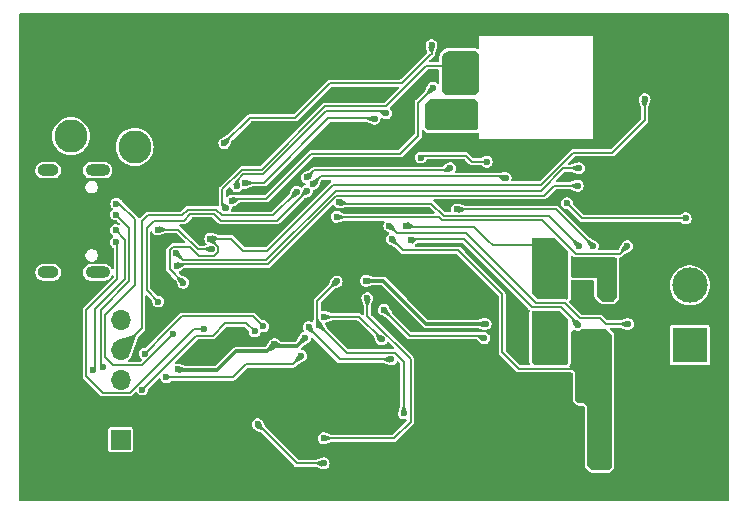
<source format=gbr>
%TF.GenerationSoftware,KiCad,Pcbnew,8.0.8*%
%TF.CreationDate,2025-05-28T16:15:01+07:00*%
%TF.ProjectId,WLC_TX15W_C1_V1.1,574c435f-5458-4313-9557-5f43315f5631,rev?*%
%TF.SameCoordinates,Original*%
%TF.FileFunction,Copper,L2,Bot*%
%TF.FilePolarity,Positive*%
%FSLAX46Y46*%
G04 Gerber Fmt 4.6, Leading zero omitted, Abs format (unit mm)*
G04 Created by KiCad (PCBNEW 8.0.8) date 2025-05-28 16:15:01*
%MOMM*%
%LPD*%
G01*
G04 APERTURE LIST*
%TA.AperFunction,ComponentPad*%
%ADD10C,4.000000*%
%TD*%
%TA.AperFunction,ComponentPad*%
%ADD11O,1.800000X1.000000*%
%TD*%
%TA.AperFunction,ComponentPad*%
%ADD12O,2.100000X1.000000*%
%TD*%
%TA.AperFunction,ComponentPad*%
%ADD13C,2.800000*%
%TD*%
%TA.AperFunction,ComponentPad*%
%ADD14R,3.000000X3.000000*%
%TD*%
%TA.AperFunction,ComponentPad*%
%ADD15C,3.000000*%
%TD*%
%TA.AperFunction,ComponentPad*%
%ADD16R,1.700000X1.700000*%
%TD*%
%TA.AperFunction,ComponentPad*%
%ADD17O,1.700000X1.700000*%
%TD*%
%TA.AperFunction,ViaPad*%
%ADD18C,0.600000*%
%TD*%
%TA.AperFunction,Conductor*%
%ADD19C,0.200000*%
%TD*%
%TA.AperFunction,Conductor*%
%ADD20C,0.300000*%
%TD*%
G04 APERTURE END LIST*
D10*
%TO.P,TP8,1,1*%
%TO.N,GND*%
X105000000Y-89000000D03*
%TD*%
%TO.P,TP7,1,1*%
%TO.N,GND*%
X160000000Y-89000000D03*
%TD*%
%TO.P,TP6,1,1*%
%TO.N,GND*%
X105000000Y-53000000D03*
%TD*%
%TO.P,TP5,1,1*%
%TO.N,GND*%
X160000000Y-53000000D03*
%TD*%
D11*
%TO.P,J3,SH3,SHELL_GND__2*%
%TO.N,USB-GND*%
X105075000Y-63680000D03*
%TO.P,J3,SH4,SHELL_GND__3*%
X105075000Y-72320000D03*
D12*
%TO.P,J3,SH1,SHELL_GND*%
X109255000Y-63680000D03*
%TO.P,J3,SH2,SHELL_GND__1*%
X109255000Y-72320000D03*
%TD*%
D13*
%TO.P,TP4,1,1*%
%TO.N,USB-GND*%
X107000000Y-60800000D03*
%TD*%
%TO.P,TP3,1,1*%
%TO.N,USB-IN*%
X112400000Y-61700000D03*
%TD*%
D14*
%TO.P,L2,1,1*%
%TO.N,COIL_SNS*%
X159400000Y-78500000D03*
D15*
%TO.P,L2,2,2*%
%TO.N,SW1_1*%
X159400000Y-73420000D03*
%TD*%
D16*
%TO.P,J1,1,Pin_1*%
%TO.N,/VTARG*%
X111200000Y-86500000D03*
D17*
%TO.P,J1,2,Pin_2*%
%TO.N,GND*%
X111200000Y-83960000D03*
%TO.P,J1,3,Pin_3*%
%TO.N,XRES*%
X111200000Y-81420000D03*
%TO.P,J1,4,Pin_4*%
%TO.N,HPI_I2C_SCL*%
X111200000Y-78880000D03*
%TO.P,J1,5,Pin_5*%
%TO.N,HPI_I2C_SDA*%
X111200000Y-76340000D03*
%TD*%
D18*
%TO.N,VDD*%
X136621078Y-62603922D03*
X142200000Y-62950000D03*
%TO.N,Net-(R3-Pad1)*%
X149001398Y-66462616D03*
X159050000Y-67750000D03*
%TO.N,SW1_1*%
X151900000Y-73800000D03*
X152800000Y-73800000D03*
X152800000Y-73100000D03*
X151900000Y-73100000D03*
%TO.N,IOUT_CSN_0*%
X147300000Y-73200000D03*
X146500000Y-73200000D03*
X148100000Y-73200000D03*
%TO.N,GND*%
X119100000Y-68275000D03*
X119650000Y-63150000D03*
X120500000Y-63150000D03*
X120450000Y-62150000D03*
X114900000Y-69700000D03*
%TO.N,D-_0*%
X109700000Y-80300000D03*
%TO.N,HPI_I2C_SDA*%
X114400000Y-74800000D03*
%TO.N,D-_0*%
X110825812Y-67429603D03*
%TO.N,D+_0*%
X108854000Y-80600000D03*
X110800000Y-68750000D03*
%TO.N,GND*%
X119275000Y-82825000D03*
X117300000Y-82775000D03*
X122275000Y-78250000D03*
%TO.N,D+_0*%
X113050000Y-82250000D03*
X122550000Y-77325000D03*
%TO.N,D-_0*%
X113250000Y-79200000D03*
X123275000Y-76900000D03*
%TO.N,CC2_0*%
X110800000Y-69775000D03*
%TO.N,XRES*%
X115075000Y-81195000D03*
%TO.N,CC2_0*%
X118275000Y-77100000D03*
%TO.N,CC1_0*%
X110850000Y-66500000D03*
X115675000Y-77550000D03*
%TO.N,GND*%
X136200000Y-88000000D03*
X136200000Y-86900000D03*
X133661530Y-52950000D03*
X155500000Y-53500000D03*
X160775000Y-57175000D03*
X125050000Y-60075000D03*
X159775000Y-59475000D03*
X126600000Y-70700000D03*
X134996164Y-55200000D03*
X144500000Y-77300000D03*
X160775000Y-61075000D03*
X160775000Y-59575000D03*
X134607683Y-52950000D03*
X132157694Y-55200000D03*
X150800000Y-75300000D03*
X124000000Y-61100000D03*
X157000000Y-53500000D03*
X140000000Y-75500000D03*
X132500000Y-73700000D03*
X155200000Y-77200000D03*
X122725000Y-60075000D03*
X120250000Y-78425000D03*
X115200000Y-89000000D03*
X156000000Y-77200000D03*
X160100000Y-64500000D03*
X129900000Y-77100000D03*
X129200000Y-75450000D03*
X154700000Y-53500000D03*
X137800000Y-82600000D03*
X118550000Y-59850000D03*
X155700000Y-70600000D03*
X159100000Y-63700000D03*
X156000000Y-79200000D03*
X121900000Y-68575000D03*
X126600000Y-73200000D03*
X131100000Y-81000000D03*
X116375000Y-65375000D03*
X124400000Y-84200000D03*
X160775000Y-61875000D03*
X139400000Y-78550000D03*
X156800000Y-77200000D03*
X126600000Y-72400000D03*
X159100000Y-66000000D03*
X131769224Y-52950000D03*
X130700000Y-77100000D03*
X160100000Y-66100000D03*
X150850000Y-66350000D03*
X138725000Y-66500000D03*
X160775000Y-58775000D03*
X148725000Y-82075000D03*
X155700000Y-72200000D03*
X156700000Y-70600000D03*
X138800000Y-82600000D03*
X128930765Y-52950000D03*
X133103847Y-55200000D03*
X156700000Y-72200000D03*
X121900000Y-72400000D03*
X147650000Y-89700000D03*
X156800000Y-79200000D03*
X159775000Y-60275000D03*
X123000000Y-90100000D03*
X159775000Y-61075000D03*
X126600000Y-71500000D03*
X159775000Y-57175000D03*
X153600000Y-75700000D03*
X120250000Y-77375000D03*
X128925000Y-60775000D03*
X159100000Y-66800000D03*
X147675000Y-82050000D03*
X159775000Y-58675000D03*
X117175000Y-65375000D03*
X159100000Y-64500000D03*
X126092306Y-52950000D03*
X132200000Y-88400000D03*
X151750000Y-66350000D03*
X148500000Y-89700000D03*
X156000000Y-78200000D03*
X137207683Y-51200000D03*
X159100000Y-65200000D03*
X127100000Y-83900000D03*
X159775000Y-61875000D03*
X135500000Y-76400000D03*
X117800000Y-78900000D03*
X126200000Y-83900000D03*
X133050000Y-67100000D03*
X116100000Y-75100000D03*
X127984612Y-52950000D03*
X152650000Y-66350000D03*
X140800000Y-81400000D03*
X117000000Y-75100000D03*
X150800000Y-74500000D03*
X155200000Y-79200000D03*
X134050000Y-55200000D03*
X123000000Y-91000000D03*
X144500000Y-78100000D03*
X139100000Y-51200000D03*
X116500000Y-62500000D03*
X117300000Y-62500000D03*
X131300000Y-88400000D03*
X155500000Y-52500000D03*
X118700000Y-78900000D03*
X157100000Y-52500000D03*
X129876918Y-52950000D03*
X114300000Y-89000000D03*
X154400000Y-75700000D03*
X135553836Y-52950000D03*
X155200000Y-75700000D03*
X159775000Y-57975000D03*
X136500000Y-52950000D03*
X128800000Y-74900000D03*
X138153836Y-51200000D03*
X144500000Y-78900000D03*
X134500000Y-59200000D03*
X121900000Y-73200000D03*
X121900000Y-69375000D03*
X130823071Y-52950000D03*
X156300000Y-52500000D03*
X125146153Y-52950000D03*
X155700000Y-71400000D03*
X128400000Y-64800000D03*
X156200000Y-53500000D03*
X130300000Y-81000000D03*
X124200000Y-52950000D03*
X156700000Y-71400000D03*
X149950000Y-66350000D03*
X160100000Y-63700000D03*
X127038459Y-52950000D03*
X160775000Y-57975000D03*
X130025000Y-60775000D03*
X132715377Y-52950000D03*
X160100000Y-65300000D03*
X150800000Y-73700000D03*
X156800000Y-78200000D03*
X148725000Y-82925000D03*
X147675000Y-82925000D03*
X120150000Y-59850000D03*
X123850000Y-60075000D03*
X147700000Y-81200000D03*
X160775000Y-60375000D03*
X133800000Y-67100000D03*
X155200000Y-78200000D03*
X119350000Y-59850000D03*
X124400000Y-85000000D03*
X135400000Y-73000000D03*
X154700000Y-52500000D03*
%TO.N,TEMP_FB1*%
X143800000Y-64346000D03*
X127511472Y-64846000D03*
%TO.N,Net-(U2B-+)*%
X122800000Y-85200000D03*
X128400000Y-88500000D03*
%TO.N,VDD*%
X116029000Y-80550000D03*
X124230000Y-78420000D03*
X126825000Y-77875000D03*
%TO.N,IIN_CSP_0*%
X142100000Y-76700000D03*
X132700000Y-59325000D03*
X131958262Y-73041738D03*
X121750000Y-64750000D03*
%TO.N,IIN_CSN_0*%
X121025001Y-65024999D03*
X140750000Y-59750000D03*
X137600000Y-59025000D03*
X140750000Y-58925000D03*
X137600000Y-58200000D03*
X133700000Y-58854000D03*
X140750000Y-58100000D03*
X137600000Y-59850000D03*
%TO.N,IOUT_CSP_0*%
X116500000Y-73200000D03*
X155575000Y-57675000D03*
X118805805Y-69478667D03*
%TO.N,IOUT_CSN_0*%
X148000000Y-70000000D03*
X146500000Y-74000000D03*
X135375000Y-68371000D03*
X148000000Y-76600000D03*
X148800000Y-76600000D03*
X148000000Y-79800000D03*
X146400000Y-70000000D03*
X146400000Y-76600000D03*
X147200000Y-70000000D03*
X148100000Y-74000000D03*
X147300000Y-74000000D03*
X147200000Y-76600000D03*
X146400000Y-79800000D03*
X148800000Y-79800000D03*
X147200000Y-79800000D03*
%TO.N,SW1_0*%
X140700000Y-54850000D03*
X120100000Y-66900000D03*
X140700000Y-56550000D03*
X140700000Y-55700000D03*
X140700000Y-54000000D03*
%TO.N,Q_COMP*%
X128005894Y-76790729D03*
X135200000Y-84275000D03*
X129500000Y-73100000D03*
%TO.N,ASK_DEMOD*%
X128400000Y-86365000D03*
X132100000Y-74500000D03*
%TO.N,OPTIGA_I2C_SCL*%
X127121292Y-76953708D03*
X134100000Y-79700000D03*
%TO.N,HPI_I2C_SCL*%
X126108262Y-65508262D03*
%TO.N,HPI_I2C_SDA*%
X127000000Y-65400000D03*
%TO.N,Net-(U4-SW2_0)*%
X118918738Y-70371000D03*
X114350000Y-68700000D03*
%TO.N,P3.3*%
X139100000Y-63500000D03*
X127000000Y-64292000D03*
%TO.N,OPTIGA_I2C_INT*%
X133300000Y-78000000D03*
X128400000Y-76100000D03*
%TO.N,HG2_1*%
X149900000Y-76754000D03*
X135750000Y-69625000D03*
%TO.N,HG1_0*%
X137650000Y-56700000D03*
X120650000Y-66250000D03*
%TO.N,LG1_0*%
X119994249Y-61385623D03*
X137525000Y-53100000D03*
%TO.N,LG2_1*%
X154150000Y-76700000D03*
X133950000Y-68400000D03*
%TO.N,XRES*%
X126500000Y-79400000D03*
%TO.N,SW2_1*%
X152400000Y-82800000D03*
X152400000Y-79600000D03*
X152400000Y-86000000D03*
X152400000Y-86800000D03*
X151600000Y-79600000D03*
X152400000Y-81200000D03*
X152400000Y-87600000D03*
X150000000Y-80200000D03*
X152400000Y-83600000D03*
X150600000Y-78000000D03*
X152400000Y-88400000D03*
X150600000Y-79600000D03*
X134150000Y-69508000D03*
X152400000Y-80400000D03*
X150600000Y-78800000D03*
X152400000Y-85200000D03*
X152400000Y-82000000D03*
X152400000Y-84400000D03*
%TO.N,HG1_1*%
X150000000Y-70100000D03*
X129725000Y-66400000D03*
%TO.N,SW1_1*%
X150600000Y-71400000D03*
X151200000Y-70100000D03*
X139700000Y-67000000D03*
X150600000Y-72400000D03*
%TO.N,LG1_1*%
X129491738Y-67616738D03*
X154100000Y-70100000D03*
%TO.N,CTRL_1*%
X133500000Y-75500000D03*
X142000000Y-77900000D03*
%TO.N,/CSPO_0*%
X115900000Y-70700000D03*
X150000000Y-63500000D03*
%TO.N,/CSNO_0*%
X115975000Y-71775000D03*
X149900000Y-65000000D03*
%TO.N,GND*%
X142100000Y-90500000D03*
X140900000Y-90500000D03*
X143500000Y-90500000D03*
%TD*%
D19*
%TO.N,VDD*%
X136775000Y-62450000D02*
X136621078Y-62603922D01*
X142196000Y-62946000D02*
X140946000Y-62946000D01*
X140946000Y-62946000D02*
X140450000Y-62450000D01*
X142200000Y-62950000D02*
X142196000Y-62946000D01*
X140450000Y-62450000D02*
X136775000Y-62450000D01*
%TO.N,Net-(R3-Pad1)*%
X159050000Y-67750000D02*
X150288782Y-67750000D01*
X150288782Y-67750000D02*
X149001398Y-66462616D01*
%TO.N,/CSNO_0*%
X116100000Y-71650000D02*
X115975000Y-71775000D01*
X123650000Y-71650000D02*
X116100000Y-71650000D01*
X129475372Y-65824628D02*
X123650000Y-71650000D01*
X147075372Y-65824628D02*
X129475372Y-65824628D01*
X149900000Y-65000000D02*
X147900000Y-65000000D01*
X147900000Y-65000000D02*
X147075372Y-65824628D01*
%TO.N,LG1_1*%
X153450000Y-70750000D02*
X154100000Y-70100000D01*
X149750000Y-70750000D02*
X153450000Y-70750000D01*
X146908000Y-67908000D02*
X149750000Y-70750000D01*
X138407368Y-67908000D02*
X146908000Y-67908000D01*
X129529000Y-67654000D02*
X138153368Y-67654000D01*
X129491738Y-67616738D02*
X129529000Y-67654000D01*
X138153368Y-67654000D02*
X138407368Y-67908000D01*
%TO.N,HG1_1*%
X147454000Y-67554000D02*
X150000000Y-70100000D01*
X138554000Y-67554000D02*
X147454000Y-67554000D01*
X137500000Y-66500000D02*
X138554000Y-67554000D01*
X129725000Y-66400000D02*
X129825000Y-66500000D01*
X129825000Y-66500000D02*
X137500000Y-66500000D01*
%TO.N,SW1_1*%
X148100000Y-67000000D02*
X151200000Y-70100000D01*
X139700000Y-67000000D02*
X148100000Y-67000000D01*
%TO.N,HPI_I2C_SDA*%
X113400000Y-73800000D02*
X114400000Y-74800000D01*
X113400000Y-68549368D02*
X113400000Y-73800000D01*
X114003368Y-67946000D02*
X113400000Y-68549368D01*
X116550000Y-67946000D02*
X114003368Y-67946000D01*
X117117000Y-67379000D02*
X116550000Y-67946000D01*
X119128368Y-67379000D02*
X117117000Y-67379000D01*
X124454000Y-67946000D02*
X119695368Y-67946000D01*
X119695368Y-67946000D02*
X119128368Y-67379000D01*
X127000000Y-65400000D02*
X124454000Y-67946000D01*
%TO.N,HPI_I2C_SCL*%
X113000000Y-67998736D02*
X113000000Y-77080000D01*
X116400000Y-67500000D02*
X113498736Y-67500000D01*
X113498736Y-67500000D02*
X113000000Y-67998736D01*
X119750000Y-67500000D02*
X119275000Y-67025000D01*
X124116524Y-67500000D02*
X119750000Y-67500000D01*
X119275000Y-67025000D02*
X116875000Y-67025000D01*
X126108262Y-65508262D02*
X124116524Y-67500000D01*
X116875000Y-67025000D02*
X116400000Y-67500000D01*
X113000000Y-77080000D02*
X111200000Y-78880000D01*
%TO.N,IOUT_CSP_0*%
X121600000Y-70500000D02*
X121950000Y-70500000D01*
X120578667Y-69478667D02*
X121600000Y-70500000D01*
X118805805Y-69478667D02*
X120578667Y-69478667D01*
X121950000Y-70500000D02*
X122800000Y-70500000D01*
%TO.N,CC2_0*%
X117400000Y-77100000D02*
X118275000Y-77100000D01*
X110925000Y-69900000D02*
X110925000Y-72925000D01*
X110800000Y-69775000D02*
X110925000Y-69900000D01*
X111976000Y-82524000D02*
X117400000Y-77100000D01*
X110925000Y-72925000D02*
X108300000Y-75550000D01*
X109724000Y-82524000D02*
X111976000Y-82524000D01*
X108300000Y-81100000D02*
X109724000Y-82524000D01*
X108300000Y-75550000D02*
X108300000Y-81100000D01*
%TO.N,CC1_0*%
X115675000Y-77558475D02*
X115675000Y-77550000D01*
X113033475Y-80200000D02*
X115675000Y-77558475D01*
X110600000Y-80200000D02*
X113033475Y-80200000D01*
X112400000Y-73400000D02*
X109862500Y-75937500D01*
X109862500Y-75937500D02*
X109862500Y-79462500D01*
X109862500Y-79462500D02*
X110600000Y-80200000D01*
X112400000Y-67800000D02*
X112400000Y-73400000D01*
X110850000Y-66500000D02*
X111100000Y-66500000D01*
X111100000Y-66500000D02*
X112400000Y-67800000D01*
%TO.N,D-_0*%
X109508500Y-80108500D02*
X109700000Y-80300000D01*
X111954000Y-73046000D02*
X109508500Y-75491500D01*
X110825812Y-67429603D02*
X111954000Y-68557791D01*
X109508500Y-75491500D02*
X109508500Y-80108500D01*
X111954000Y-68557791D02*
X111954000Y-73046000D01*
%TO.N,D+_0*%
X111600000Y-72900000D02*
X109042000Y-75458000D01*
X110800000Y-68750000D02*
X111600000Y-69550000D01*
X111600000Y-69550000D02*
X111600000Y-72900000D01*
X109042000Y-80412000D02*
X108854000Y-80600000D01*
X109042000Y-75458000D02*
X109042000Y-80412000D01*
%TO.N,Net-(U4-SW2_0)*%
X116100000Y-68700000D02*
X117771000Y-70371000D01*
X117771000Y-70371000D02*
X118918738Y-70371000D01*
X114350000Y-68700000D02*
X116100000Y-68700000D01*
%TO.N,D-_0*%
X122425000Y-76050000D02*
X123275000Y-76900000D01*
X116391525Y-76050000D02*
X122425000Y-76050000D01*
X115121000Y-77320525D02*
X116391525Y-76050000D01*
X115121000Y-77329000D02*
X115121000Y-77320525D01*
X113250000Y-79200000D02*
X115121000Y-77329000D01*
%TO.N,D+_0*%
X121846000Y-76621000D02*
X122550000Y-77325000D01*
X118991525Y-77700000D02*
X120070525Y-76621000D01*
X117600000Y-77700000D02*
X118991525Y-77700000D01*
X113050000Y-82250000D02*
X117600000Y-77700000D01*
X120070525Y-76621000D02*
X121846000Y-76621000D01*
D20*
%TO.N,VDD*%
X119396000Y-80604000D02*
X120976000Y-79024000D01*
X116083000Y-80604000D02*
X119396000Y-80604000D01*
X123626000Y-79024000D02*
X124230000Y-78420000D01*
X116029000Y-80550000D02*
X116083000Y-80604000D01*
X120976000Y-79024000D02*
X123626000Y-79024000D01*
X126125000Y-78575000D02*
X126825000Y-77875000D01*
X124385000Y-78575000D02*
X126125000Y-78575000D01*
X124230000Y-78420000D02*
X124385000Y-78575000D01*
D19*
%TO.N,XRES*%
X125800000Y-80100000D02*
X121800000Y-80100000D01*
X126500000Y-79400000D02*
X125800000Y-80100000D01*
X121800000Y-80100000D02*
X120705000Y-81195000D01*
X120705000Y-81195000D02*
X115075000Y-81195000D01*
%TO.N,IOUT_CSP_0*%
X115346000Y-72046000D02*
X116500000Y-73200000D01*
X115346000Y-70470525D02*
X115346000Y-72046000D01*
X117045368Y-70146000D02*
X115670525Y-70146000D01*
X117824368Y-70925000D02*
X117045368Y-70146000D01*
X119472738Y-70600475D02*
X119148213Y-70925000D01*
X115670525Y-70146000D02*
X115346000Y-70470525D01*
X119472738Y-70141525D02*
X119472738Y-70600475D01*
X119148213Y-70925000D02*
X117824368Y-70925000D01*
X118809880Y-69478667D02*
X119472738Y-70141525D01*
X118809880Y-69478667D02*
X118805805Y-69478667D01*
%TO.N,/CSPO_0*%
X129399368Y-65400000D02*
X123503368Y-71296000D01*
X146800000Y-65400000D02*
X129399368Y-65400000D01*
X148700000Y-63500000D02*
X146800000Y-65400000D01*
X116496000Y-71296000D02*
X115900000Y-70700000D01*
X150000000Y-63500000D02*
X148700000Y-63500000D01*
X123503368Y-71296000D02*
X116496000Y-71296000D01*
%TO.N,TEMP_FB1*%
X127511472Y-64846000D02*
X128157472Y-64200000D01*
X143654000Y-64200000D02*
X143800000Y-64346000D01*
X128157472Y-64200000D02*
X143654000Y-64200000D01*
%TO.N,Net-(U2B-+)*%
X126100000Y-88500000D02*
X122800000Y-85200000D01*
X128400000Y-88500000D02*
X126100000Y-88500000D01*
%TO.N,IIN_CSP_0*%
X128800000Y-59300000D02*
X123350000Y-64750000D01*
D20*
X133416738Y-73041738D02*
X137075000Y-76700000D01*
D19*
X123350000Y-64750000D02*
X121750000Y-64750000D01*
D20*
X137075000Y-76700000D02*
X142100000Y-76700000D01*
D19*
X132700000Y-59325000D02*
X132675000Y-59300000D01*
X132675000Y-59300000D02*
X128800000Y-59300000D01*
D20*
X131958262Y-73041738D02*
X133416738Y-73041738D01*
D19*
%TO.N,IIN_CSN_0*%
X123300000Y-64000000D02*
X121600000Y-64000000D01*
X128600000Y-58700000D02*
X123300000Y-64000000D01*
X133546000Y-58700000D02*
X128600000Y-58700000D01*
X133700000Y-58854000D02*
X133546000Y-58700000D01*
X121025001Y-64574999D02*
X121025001Y-65024999D01*
X121600000Y-64000000D02*
X121025001Y-64574999D01*
%TO.N,IOUT_CSP_0*%
X122800000Y-70500000D02*
X123600000Y-70500000D01*
X149499368Y-62200000D02*
X146799368Y-64900000D01*
X155575000Y-59425000D02*
X152800000Y-62200000D01*
X155575000Y-57675000D02*
X155575000Y-59425000D01*
X146799368Y-64900000D02*
X129200000Y-64900000D01*
X152800000Y-62200000D02*
X149499368Y-62200000D01*
X123600000Y-70500000D02*
X128500000Y-65600000D01*
X129200000Y-64900000D02*
X128500000Y-65600000D01*
%TO.N,IOUT_CSN_0*%
X142700000Y-70000000D02*
X146400000Y-70000000D01*
X141150000Y-68450000D02*
X142350000Y-69650000D01*
X135454000Y-68450000D02*
X141150000Y-68450000D01*
X142350000Y-69650000D02*
X142700000Y-70000000D01*
X135375000Y-68371000D02*
X135454000Y-68450000D01*
%TO.N,SW1_0*%
X121453368Y-63646000D02*
X123153368Y-63646000D01*
X123153368Y-63646000D02*
X128549368Y-58250000D01*
X119800000Y-65299368D02*
X121453368Y-63646000D01*
X137100000Y-54850000D02*
X140700000Y-54850000D01*
X133700000Y-58250000D02*
X137100000Y-54850000D01*
X119800000Y-66600000D02*
X119800000Y-65299368D01*
X120100000Y-66900000D02*
X119800000Y-66600000D01*
X128549368Y-58250000D02*
X133700000Y-58250000D01*
%TO.N,Q_COMP*%
X127846000Y-74754000D02*
X127846000Y-76630835D01*
X129500000Y-73100000D02*
X127846000Y-74754000D01*
X135200000Y-79900000D02*
X134446000Y-79146000D01*
X127846000Y-76630835D02*
X128005894Y-76790729D01*
X134446000Y-79146000D02*
X130361165Y-79146000D01*
X135200000Y-84275000D02*
X135200000Y-79900000D01*
X130361165Y-79146000D02*
X128005894Y-76790729D01*
%TO.N,ASK_DEMOD*%
X134381000Y-86365000D02*
X135754000Y-84992000D01*
X135754000Y-84992000D02*
X135754000Y-79670525D01*
X132100000Y-76016526D02*
X132100000Y-74500000D01*
X135754000Y-79670525D02*
X132341737Y-76258263D01*
X132341737Y-76258263D02*
X132100000Y-76016526D01*
X128400000Y-86365000D02*
X134381000Y-86365000D01*
%TO.N,OPTIGA_I2C_SCL*%
X129750000Y-79700000D02*
X134100000Y-79700000D01*
X127121292Y-76953708D02*
X127121292Y-77071292D01*
X127121292Y-77071292D02*
X129750000Y-79700000D01*
%TO.N,P3.3*%
X138900000Y-63700000D02*
X139100000Y-63500000D01*
X127592000Y-63700000D02*
X138900000Y-63700000D01*
X127000000Y-64292000D02*
X127592000Y-63700000D01*
%TO.N,OPTIGA_I2C_INT*%
X128400000Y-76100000D02*
X131400000Y-76100000D01*
X131400000Y-76100000D02*
X133300000Y-78000000D01*
%TO.N,HG2_1*%
X135867000Y-69508000D02*
X140258000Y-69508000D01*
X149900000Y-76700000D02*
X149900000Y-76754000D01*
X140258000Y-69508000D02*
X146025000Y-75275000D01*
X146025000Y-75275000D02*
X148475000Y-75275000D01*
X135750000Y-69625000D02*
X135867000Y-69508000D01*
X148475000Y-75275000D02*
X149900000Y-76700000D01*
%TO.N,HG1_0*%
X134850000Y-62300000D02*
X136400000Y-60750000D01*
X136400000Y-60750000D02*
X136400000Y-57950000D01*
X127300000Y-62300000D02*
X134850000Y-62300000D01*
X120650000Y-66250000D02*
X120800000Y-66100000D01*
X120800000Y-66100000D02*
X123500000Y-66100000D01*
X136400000Y-57950000D02*
X137650000Y-56700000D01*
X123500000Y-66100000D02*
X127300000Y-62300000D01*
%TO.N,LG1_0*%
X128925000Y-56300000D02*
X125975000Y-59250000D01*
X137525000Y-53100000D02*
X137525000Y-53850000D01*
X137450000Y-53850000D02*
X137525000Y-53850000D01*
X122129872Y-59250000D02*
X119994249Y-61385623D01*
X125975000Y-59250000D02*
X122129872Y-59250000D01*
X135000000Y-56300000D02*
X128925000Y-56300000D01*
X135000000Y-56300000D02*
X137450000Y-53850000D01*
%TO.N,LG2_1*%
X151775000Y-76200000D02*
X152275000Y-76700000D01*
X134600000Y-68975000D02*
X140475000Y-68975000D01*
X150100000Y-76200000D02*
X151775000Y-76200000D01*
X133950000Y-68400000D02*
X134025000Y-68400000D01*
X140475000Y-68975000D02*
X146400000Y-74900000D01*
X146400000Y-74900000D02*
X148800000Y-74900000D01*
X148800000Y-74900000D02*
X150100000Y-76200000D01*
X134025000Y-68400000D02*
X134600000Y-68975000D01*
X152275000Y-76700000D02*
X154150000Y-76700000D01*
%TO.N,SW2_1*%
X144950000Y-80500000D02*
X143500000Y-79050000D01*
X135092000Y-70450000D02*
X134150000Y-69508000D01*
X140124762Y-70774525D02*
X139800237Y-70450000D01*
X139800237Y-70450000D02*
X135092000Y-70450000D01*
X149700000Y-80500000D02*
X144950000Y-80500000D01*
X140124762Y-70787262D02*
X140124762Y-70774525D01*
X150000000Y-80200000D02*
X149700000Y-80500000D01*
X143500000Y-74162500D02*
X140124762Y-70787262D01*
X143500000Y-79050000D02*
X143500000Y-74162500D01*
%TO.N,CTRL_1*%
X133500000Y-75500000D02*
X135700000Y-77700000D01*
X135700000Y-77700000D02*
X141800000Y-77700000D01*
X141800000Y-77700000D02*
X142000000Y-77900000D01*
%TD*%
%TA.AperFunction,Conductor*%
%TO.N,GND*%
G36*
X140150712Y-69827407D02*
G01*
X140162525Y-69837496D01*
X145798472Y-75473443D01*
X145826248Y-75527958D01*
X145823457Y-75571337D01*
X145802824Y-75641603D01*
X145802824Y-75641604D01*
X145794500Y-75699500D01*
X145794500Y-79848636D01*
X145795677Y-79870594D01*
X145795678Y-79870603D01*
X145798511Y-79896961D01*
X145798512Y-79896966D01*
X145822469Y-79973479D01*
X145855958Y-80034809D01*
X145860722Y-80041172D01*
X145880458Y-80099087D01*
X145862383Y-80157541D01*
X145813402Y-80194208D01*
X145781468Y-80199500D01*
X145115479Y-80199500D01*
X145057288Y-80180593D01*
X145045475Y-80170504D01*
X143829496Y-78954525D01*
X143801719Y-78900008D01*
X143800500Y-78884521D01*
X143800500Y-74122937D01*
X143800499Y-74122935D01*
X143799138Y-74117857D01*
X143780021Y-74046511D01*
X143776288Y-74040046D01*
X143740460Y-73977989D01*
X143684511Y-73922039D01*
X143684511Y-73922040D01*
X140391836Y-70629365D01*
X140376104Y-70608862D01*
X140374238Y-70605630D01*
X140365222Y-70590014D01*
X139984748Y-70209540D01*
X139983104Y-70208591D01*
X139983098Y-70208584D01*
X139983097Y-70208587D01*
X139916226Y-70169979D01*
X139916225Y-70169978D01*
X139916224Y-70169978D01*
X139839801Y-70149500D01*
X139839799Y-70149500D01*
X136198370Y-70149500D01*
X136140179Y-70130593D01*
X136104215Y-70081093D01*
X136104215Y-70019907D01*
X136140179Y-69970407D01*
X136145107Y-69967049D01*
X136160824Y-69957018D01*
X136369158Y-69824048D01*
X136422421Y-69808500D01*
X140092521Y-69808500D01*
X140150712Y-69827407D01*
G37*
%TD.AperFunction*%
%TA.AperFunction,Conductor*%
G36*
X131292712Y-76419407D02*
G01*
X131304525Y-76429496D01*
X132615486Y-77740457D01*
X132635250Y-77768714D01*
X132664970Y-77832620D01*
X132831787Y-78191327D01*
X132841137Y-78204419D01*
X132850625Y-78220826D01*
X132874622Y-78273371D01*
X132874623Y-78273373D01*
X132968872Y-78382143D01*
X132968873Y-78382144D01*
X132997436Y-78400500D01*
X133089947Y-78459953D01*
X133196403Y-78491211D01*
X133228035Y-78500499D01*
X133228036Y-78500499D01*
X133228039Y-78500500D01*
X133228041Y-78500500D01*
X133371959Y-78500500D01*
X133371961Y-78500500D01*
X133510053Y-78459953D01*
X133631128Y-78382143D01*
X133725377Y-78273373D01*
X133730882Y-78261316D01*
X133772250Y-78216240D01*
X133832216Y-78204086D01*
X133887873Y-78229500D01*
X133890939Y-78232437D01*
X134334999Y-78676496D01*
X134362777Y-78731013D01*
X134353206Y-78791445D01*
X134309941Y-78834710D01*
X134264996Y-78845500D01*
X130526644Y-78845500D01*
X130468453Y-78826593D01*
X130456640Y-78816504D01*
X128690404Y-77050268D01*
X128670640Y-77022010D01*
X128664594Y-77009010D01*
X128523486Y-76705584D01*
X128516094Y-76644848D01*
X128545812Y-76591365D01*
X128591497Y-76569212D01*
X128591077Y-76567577D01*
X128595784Y-76566364D01*
X128595790Y-76566364D01*
X129033590Y-76406504D01*
X129067546Y-76400500D01*
X131234521Y-76400500D01*
X131292712Y-76419407D01*
G37*
%TD.AperFunction*%
%TA.AperFunction,Conductor*%
G36*
X128993713Y-64519407D02*
G01*
X129029677Y-64568907D01*
X129029677Y-64630093D01*
X129005527Y-64669501D01*
X128657173Y-65017856D01*
X128315489Y-65359540D01*
X123504525Y-70170504D01*
X123450008Y-70198281D01*
X123434521Y-70199500D01*
X121765479Y-70199500D01*
X121707288Y-70180593D01*
X121695475Y-70170504D01*
X121242826Y-69717855D01*
X120763178Y-69238207D01*
X120749900Y-69230541D01*
X120694656Y-69198646D01*
X120694655Y-69198645D01*
X120694654Y-69198645D01*
X120618231Y-69178167D01*
X120618229Y-69178167D01*
X119473352Y-69178167D01*
X119439396Y-69172162D01*
X119423517Y-69166364D01*
X119001591Y-69012302D01*
X119001586Y-69012301D01*
X118989962Y-69010363D01*
X118978352Y-69007701D01*
X118877768Y-68978167D01*
X118877766Y-68978167D01*
X118733844Y-68978167D01*
X118733840Y-68978167D01*
X118595754Y-69018713D01*
X118595747Y-69018716D01*
X118474678Y-69096522D01*
X118380427Y-69205295D01*
X118320639Y-69336210D01*
X118300158Y-69478664D01*
X118300158Y-69478669D01*
X118320639Y-69621123D01*
X118364816Y-69717855D01*
X118380428Y-69752040D01*
X118469131Y-69854409D01*
X118492948Y-69910769D01*
X118479089Y-69970364D01*
X118432848Y-70010431D01*
X118428267Y-70012234D01*
X118285146Y-70064494D01*
X118251190Y-70070500D01*
X117936479Y-70070500D01*
X117878288Y-70051593D01*
X117866475Y-70041504D01*
X117080871Y-69255900D01*
X116284511Y-68459540D01*
X116284508Y-68459538D01*
X116267122Y-68449500D01*
X116235489Y-68431237D01*
X116194547Y-68385768D01*
X116188151Y-68324917D01*
X116218744Y-68271929D01*
X116274639Y-68247042D01*
X116284988Y-68246500D01*
X116589563Y-68246500D01*
X116589563Y-68246499D01*
X116665989Y-68226021D01*
X116734511Y-68186460D01*
X116790460Y-68130511D01*
X117212475Y-67708496D01*
X117266992Y-67680719D01*
X117282479Y-67679500D01*
X118962889Y-67679500D01*
X119021080Y-67698407D01*
X119032893Y-67708496D01*
X119454908Y-68130511D01*
X119454907Y-68130511D01*
X119510857Y-68186460D01*
X119579375Y-68226019D01*
X119579379Y-68226021D01*
X119655803Y-68246499D01*
X119655805Y-68246500D01*
X119655806Y-68246500D01*
X124493563Y-68246500D01*
X124493563Y-68246499D01*
X124569989Y-68226021D01*
X124638511Y-68186460D01*
X124694460Y-68130511D01*
X126740463Y-66084506D01*
X126768713Y-66064747D01*
X127111007Y-65905565D01*
X127195481Y-65866281D01*
X127195588Y-65866511D01*
X127203674Y-65863027D01*
X127203613Y-65862894D01*
X127210050Y-65859953D01*
X127210053Y-65859953D01*
X127331128Y-65782143D01*
X127425377Y-65673373D01*
X127485165Y-65542457D01*
X127489164Y-65514640D01*
X127501313Y-65430147D01*
X127528309Y-65375239D01*
X127576954Y-65349571D01*
X127576639Y-65348495D01*
X127581950Y-65346935D01*
X127582423Y-65346686D01*
X127583241Y-65346556D01*
X127583432Y-65346500D01*
X127583433Y-65346500D01*
X127721525Y-65305953D01*
X127842600Y-65228143D01*
X127936849Y-65119373D01*
X127961214Y-65066017D01*
X127971366Y-65048694D01*
X127979685Y-65037326D01*
X128176220Y-64614712D01*
X128195981Y-64586460D01*
X128252948Y-64529495D01*
X128307465Y-64501719D01*
X128322950Y-64500500D01*
X128935522Y-64500500D01*
X128993713Y-64519407D01*
G37*
%TD.AperFunction*%
%TA.AperFunction,Conductor*%
G36*
X138153691Y-55169407D02*
G01*
X138189655Y-55218907D01*
X138194500Y-55249500D01*
X138194500Y-56298672D01*
X138175593Y-56356863D01*
X138126093Y-56392827D01*
X138064907Y-56392827D01*
X138020681Y-56363503D01*
X137981129Y-56317858D01*
X137981127Y-56317856D01*
X137860057Y-56240049D01*
X137860054Y-56240047D01*
X137860053Y-56240047D01*
X137860050Y-56240046D01*
X137721964Y-56199500D01*
X137721961Y-56199500D01*
X137578039Y-56199500D01*
X137578035Y-56199500D01*
X137439949Y-56240046D01*
X137439942Y-56240049D01*
X137318873Y-56317855D01*
X137224621Y-56426628D01*
X137200259Y-56479974D01*
X137190105Y-56497302D01*
X137181791Y-56508664D01*
X137181783Y-56508678D01*
X136985248Y-56931285D01*
X136965485Y-56959541D01*
X136215489Y-57709539D01*
X136159539Y-57765489D01*
X136119980Y-57834007D01*
X136119978Y-57834011D01*
X136099500Y-57910435D01*
X136099500Y-60584521D01*
X136080593Y-60642712D01*
X136070504Y-60654525D01*
X134754525Y-61970504D01*
X134700008Y-61998281D01*
X134684521Y-61999500D01*
X127339562Y-61999500D01*
X127260438Y-61999500D01*
X127213661Y-62012033D01*
X127184007Y-62019979D01*
X127115493Y-62059536D01*
X123404525Y-65770504D01*
X123350008Y-65798281D01*
X123334521Y-65799500D01*
X121243172Y-65799500D01*
X121215198Y-65795465D01*
X121211488Y-65794372D01*
X121211486Y-65794371D01*
X120734878Y-65751328D01*
X120729007Y-65750213D01*
X120728965Y-65750506D01*
X120721964Y-65749500D01*
X120721961Y-65749500D01*
X120719089Y-65749500D01*
X120710186Y-65749099D01*
X120681167Y-65746478D01*
X120674042Y-65745992D01*
X120672181Y-65745865D01*
X120671186Y-65745819D01*
X120658326Y-65748047D01*
X120641426Y-65749500D01*
X120578035Y-65749500D01*
X120439949Y-65790046D01*
X120439942Y-65790049D01*
X120318872Y-65867856D01*
X120318870Y-65867858D01*
X120274319Y-65919273D01*
X120221923Y-65950869D01*
X120160962Y-65945633D01*
X120114721Y-65905565D01*
X120100500Y-65854442D01*
X120100500Y-65464845D01*
X120119407Y-65406654D01*
X120129484Y-65394854D01*
X120381655Y-65142682D01*
X120436170Y-65114907D01*
X120496602Y-65124478D01*
X120539867Y-65167743D01*
X120541710Y-65171561D01*
X120570632Y-65234889D01*
X120599624Y-65298372D01*
X120693450Y-65406654D01*
X120693874Y-65407143D01*
X120814943Y-65484949D01*
X120814948Y-65484952D01*
X120921404Y-65516210D01*
X120953036Y-65525498D01*
X120953037Y-65525498D01*
X120953040Y-65525499D01*
X120953042Y-65525499D01*
X121096960Y-65525499D01*
X121096962Y-65525499D01*
X121235054Y-65484952D01*
X121356129Y-65407142D01*
X121450378Y-65298372D01*
X121460938Y-65275248D01*
X121502308Y-65230172D01*
X121562275Y-65218020D01*
X121578877Y-65221383D01*
X121678039Y-65250500D01*
X121678041Y-65250500D01*
X121821960Y-65250500D01*
X121821961Y-65250500D01*
X121923498Y-65220685D01*
X121936208Y-65217848D01*
X121945790Y-65216364D01*
X122383590Y-65056504D01*
X122417546Y-65050500D01*
X123389563Y-65050500D01*
X123389563Y-65050499D01*
X123465989Y-65030021D01*
X123534511Y-64990460D01*
X123590460Y-64934511D01*
X128895475Y-59629496D01*
X128949992Y-59601719D01*
X128965479Y-59600500D01*
X132031616Y-59600500D01*
X132070027Y-59608255D01*
X132488399Y-59784380D01*
X132494635Y-59787006D01*
X132494635Y-59787007D01*
X132494654Y-59787015D01*
X132494654Y-59787014D01*
X132515696Y-59795874D01*
X132524562Y-59795221D01*
X132528865Y-59796380D01*
X132568194Y-59807928D01*
X132628039Y-59825500D01*
X132628040Y-59825500D01*
X132771959Y-59825500D01*
X132771961Y-59825500D01*
X132910053Y-59784953D01*
X133031128Y-59707143D01*
X133125377Y-59598373D01*
X133185165Y-59467457D01*
X133205647Y-59325000D01*
X133205599Y-59324668D01*
X133205647Y-59324392D01*
X133205647Y-59317919D01*
X133206767Y-59317919D01*
X133216027Y-59264380D01*
X133259901Y-59221733D01*
X133320463Y-59213020D01*
X133362507Y-59232948D01*
X133362915Y-59232315D01*
X133367815Y-59235464D01*
X133368418Y-59235750D01*
X133368871Y-59236143D01*
X133489942Y-59313950D01*
X133489947Y-59313953D01*
X133596403Y-59345211D01*
X133628035Y-59354499D01*
X133628036Y-59354499D01*
X133628039Y-59354500D01*
X133628041Y-59354500D01*
X133771959Y-59354500D01*
X133771961Y-59354500D01*
X133910053Y-59313953D01*
X134031128Y-59236143D01*
X134125377Y-59127373D01*
X134185165Y-58996457D01*
X134205647Y-58854000D01*
X134185165Y-58711543D01*
X134125377Y-58580627D01*
X134032058Y-58472930D01*
X134008241Y-58416570D01*
X134022100Y-58356975D01*
X134036870Y-58338099D01*
X137195475Y-55179496D01*
X137249992Y-55151719D01*
X137265479Y-55150500D01*
X138095500Y-55150500D01*
X138153691Y-55169407D01*
G37*
%TD.AperFunction*%
%TA.AperFunction,Conductor*%
G36*
X162708691Y-50419407D02*
G01*
X162744655Y-50468907D01*
X162749500Y-50499500D01*
X162749500Y-91550500D01*
X162730593Y-91608691D01*
X162681093Y-91644655D01*
X162650500Y-91649500D01*
X102699500Y-91649500D01*
X102641309Y-91630593D01*
X102605345Y-91581093D01*
X102600500Y-91550500D01*
X102600500Y-85630253D01*
X110149500Y-85630253D01*
X110149500Y-87369746D01*
X110149501Y-87369758D01*
X110161132Y-87428227D01*
X110161133Y-87428231D01*
X110205448Y-87494552D01*
X110271769Y-87538867D01*
X110316231Y-87547711D01*
X110330241Y-87550498D01*
X110330246Y-87550498D01*
X110330252Y-87550500D01*
X110330253Y-87550500D01*
X112069747Y-87550500D01*
X112069748Y-87550500D01*
X112128231Y-87538867D01*
X112194552Y-87494552D01*
X112238867Y-87428231D01*
X112250500Y-87369748D01*
X112250500Y-85630252D01*
X112238867Y-85571769D01*
X112194552Y-85505448D01*
X112194548Y-85505445D01*
X112128233Y-85461134D01*
X112128231Y-85461133D01*
X112128228Y-85461132D01*
X112128227Y-85461132D01*
X112069758Y-85449501D01*
X112069748Y-85449500D01*
X110330252Y-85449500D01*
X110330251Y-85449500D01*
X110330241Y-85449501D01*
X110271772Y-85461132D01*
X110271766Y-85461134D01*
X110205451Y-85505445D01*
X110205445Y-85505451D01*
X110161134Y-85571766D01*
X110161132Y-85571772D01*
X110149501Y-85630241D01*
X110149500Y-85630253D01*
X102600500Y-85630253D01*
X102600500Y-85199997D01*
X122294353Y-85199997D01*
X122294353Y-85200002D01*
X122314834Y-85342456D01*
X122374622Y-85473371D01*
X122374623Y-85473373D01*
X122468872Y-85582143D01*
X122543733Y-85630253D01*
X122589947Y-85659953D01*
X122596387Y-85662894D01*
X122596313Y-85663054D01*
X122604128Y-85666446D01*
X122604261Y-85666161D01*
X122766078Y-85741415D01*
X122766079Y-85741415D01*
X122895840Y-85801760D01*
X123031283Y-85864747D01*
X123059539Y-85884510D01*
X125915489Y-88740460D01*
X125915491Y-88740461D01*
X125915492Y-88740462D01*
X125915493Y-88740463D01*
X125984008Y-88780020D01*
X125984006Y-88780020D01*
X125984010Y-88780021D01*
X125984012Y-88780022D01*
X126060438Y-88800500D01*
X127732454Y-88800500D01*
X127766409Y-88806504D01*
X128070462Y-88917527D01*
X128070463Y-88917527D01*
X128204210Y-88966363D01*
X128204213Y-88966363D01*
X128204214Y-88966364D01*
X128215833Y-88968301D01*
X128227443Y-88970962D01*
X128328039Y-89000500D01*
X128328040Y-89000500D01*
X128471959Y-89000500D01*
X128471961Y-89000500D01*
X128610053Y-88959953D01*
X128731128Y-88882143D01*
X128825377Y-88773373D01*
X128885165Y-88642457D01*
X128905647Y-88500000D01*
X128885165Y-88357543D01*
X128825377Y-88226627D01*
X128731128Y-88117857D01*
X128731127Y-88117856D01*
X128731126Y-88117855D01*
X128610057Y-88040049D01*
X128610054Y-88040047D01*
X128610053Y-88040047D01*
X128610050Y-88040046D01*
X128471964Y-87999500D01*
X128471961Y-87999500D01*
X128328039Y-87999500D01*
X128328037Y-87999500D01*
X128328033Y-87999501D01*
X128226515Y-88029308D01*
X128213793Y-88032149D01*
X128204220Y-88033633D01*
X128204218Y-88033633D01*
X127766408Y-88193495D01*
X127732452Y-88199500D01*
X126265479Y-88199500D01*
X126207288Y-88180593D01*
X126195475Y-88170504D01*
X123484510Y-85459539D01*
X123464746Y-85431281D01*
X123423438Y-85342457D01*
X123268213Y-85008673D01*
X123268211Y-85008670D01*
X123268210Y-85008668D01*
X123258867Y-84995588D01*
X123249373Y-84979172D01*
X123225377Y-84926627D01*
X123131128Y-84817857D01*
X123131127Y-84817856D01*
X123131126Y-84817855D01*
X123010057Y-84740049D01*
X123010054Y-84740047D01*
X123010053Y-84740047D01*
X123010050Y-84740046D01*
X122871964Y-84699500D01*
X122871961Y-84699500D01*
X122728039Y-84699500D01*
X122728035Y-84699500D01*
X122589949Y-84740046D01*
X122589942Y-84740049D01*
X122468873Y-84817855D01*
X122374622Y-84926628D01*
X122314834Y-85057543D01*
X122294353Y-85199997D01*
X102600500Y-85199997D01*
X102600500Y-75510435D01*
X107999500Y-75510435D01*
X107999500Y-81139564D01*
X108019977Y-81215985D01*
X108019978Y-81215988D01*
X108019979Y-81215989D01*
X108030702Y-81234562D01*
X108059540Y-81284511D01*
X109483540Y-82708511D01*
X109483539Y-82708511D01*
X109539489Y-82764460D01*
X109608007Y-82804019D01*
X109608011Y-82804021D01*
X109684435Y-82824499D01*
X109684437Y-82824500D01*
X109684438Y-82824500D01*
X112015563Y-82824500D01*
X112015563Y-82824499D01*
X112091989Y-82804021D01*
X112160511Y-82764460D01*
X112188485Y-82736485D01*
X112216461Y-82708511D01*
X112453877Y-82471093D01*
X112508394Y-82443315D01*
X112568826Y-82452886D01*
X112612090Y-82496151D01*
X112613934Y-82499968D01*
X112624622Y-82523372D01*
X112718873Y-82632144D01*
X112837703Y-82708511D01*
X112839947Y-82709953D01*
X112946403Y-82741211D01*
X112978035Y-82750499D01*
X112978036Y-82750499D01*
X112978039Y-82750500D01*
X112978041Y-82750500D01*
X113121959Y-82750500D01*
X113121961Y-82750500D01*
X113260053Y-82709953D01*
X113381128Y-82632143D01*
X113475377Y-82523373D01*
X113535165Y-82392457D01*
X113555647Y-82250000D01*
X113552558Y-82228517D01*
X113562990Y-82168228D01*
X113580543Y-82144426D01*
X114425928Y-81299041D01*
X114480443Y-81271266D01*
X114540875Y-81280837D01*
X114584140Y-81324102D01*
X114586890Y-81331017D01*
X114586893Y-81331016D01*
X114627532Y-81420002D01*
X114649623Y-81468373D01*
X114702736Y-81529669D01*
X114743873Y-81577144D01*
X114819792Y-81625934D01*
X114864947Y-81654953D01*
X114969469Y-81685643D01*
X115003035Y-81695499D01*
X115003036Y-81695499D01*
X115003039Y-81695500D01*
X115003041Y-81695500D01*
X115146959Y-81695500D01*
X115146961Y-81695500D01*
X115285053Y-81654953D01*
X115406128Y-81577143D01*
X115447264Y-81529668D01*
X115499660Y-81498073D01*
X115522083Y-81495500D01*
X120744563Y-81495500D01*
X120744563Y-81495499D01*
X120820989Y-81475021D01*
X120889511Y-81435460D01*
X120945460Y-81379511D01*
X121895475Y-80429496D01*
X121949992Y-80401719D01*
X121965479Y-80400500D01*
X125839563Y-80400500D01*
X125839563Y-80400499D01*
X125915989Y-80380021D01*
X125984511Y-80340460D01*
X126040460Y-80284511D01*
X126240461Y-80084508D01*
X126268712Y-80064748D01*
X126595795Y-79912639D01*
X126695481Y-79866281D01*
X126695588Y-79866511D01*
X126703674Y-79863027D01*
X126703613Y-79862894D01*
X126710050Y-79859953D01*
X126710053Y-79859953D01*
X126831128Y-79782143D01*
X126925377Y-79673373D01*
X126985165Y-79542457D01*
X126996093Y-79466450D01*
X127005647Y-79400002D01*
X127005647Y-79399997D01*
X126985165Y-79257543D01*
X126925377Y-79126627D01*
X126831128Y-79017857D01*
X126831127Y-79017856D01*
X126831126Y-79017855D01*
X126710057Y-78940049D01*
X126710054Y-78940047D01*
X126710053Y-78940047D01*
X126710050Y-78940046D01*
X126571964Y-78899500D01*
X126571961Y-78899500D01*
X126535189Y-78899500D01*
X126476998Y-78880593D01*
X126441034Y-78831093D01*
X126441034Y-78769907D01*
X126465185Y-78730497D01*
X126568997Y-78626684D01*
X126607340Y-78588340D01*
X126627368Y-78572885D01*
X127027385Y-78339003D01*
X127034468Y-78335328D01*
X127035050Y-78334953D01*
X127035053Y-78334953D01*
X127156128Y-78257143D01*
X127250377Y-78148373D01*
X127310165Y-78017457D01*
X127323793Y-77922670D01*
X127350787Y-77867767D01*
X127404901Y-77839213D01*
X127465464Y-77847920D01*
X127491788Y-77866759D01*
X129565489Y-79940460D01*
X129565491Y-79940461D01*
X129565492Y-79940462D01*
X129565493Y-79940463D01*
X129634008Y-79980020D01*
X129634006Y-79980020D01*
X129634010Y-79980021D01*
X129634012Y-79980022D01*
X129710438Y-80000500D01*
X129789562Y-80000500D01*
X133432454Y-80000500D01*
X133466409Y-80006504D01*
X133770462Y-80117527D01*
X133770463Y-80117527D01*
X133904210Y-80166363D01*
X133904213Y-80166363D01*
X133904214Y-80166364D01*
X133915833Y-80168301D01*
X133927443Y-80170962D01*
X134028039Y-80200500D01*
X134028040Y-80200500D01*
X134171959Y-80200500D01*
X134171961Y-80200500D01*
X134310053Y-80159953D01*
X134431128Y-80082143D01*
X134525377Y-79973373D01*
X134567416Y-79881322D01*
X134608788Y-79836244D01*
X134668754Y-79824093D01*
X134724410Y-79849511D01*
X134727473Y-79852444D01*
X134870504Y-79995475D01*
X134898281Y-80049992D01*
X134899500Y-80065479D01*
X134899500Y-83607450D01*
X134893495Y-83641406D01*
X134733633Y-84079218D01*
X134732594Y-84085451D01*
X134724998Y-84110288D01*
X134714835Y-84132543D01*
X134714833Y-84132549D01*
X134694353Y-84274997D01*
X134694353Y-84275002D01*
X134714834Y-84417456D01*
X134774622Y-84548371D01*
X134774623Y-84548373D01*
X134868872Y-84657143D01*
X134868873Y-84657144D01*
X134946499Y-84707031D01*
X134989947Y-84734953D01*
X135096403Y-84766211D01*
X135128035Y-84775499D01*
X135128036Y-84775499D01*
X135128039Y-84775500D01*
X135128041Y-84775500D01*
X135271959Y-84775500D01*
X135271961Y-84775500D01*
X135287076Y-84771062D01*
X135348237Y-84772808D01*
X135396690Y-84810170D01*
X135413929Y-84868877D01*
X135393368Y-84926504D01*
X135384973Y-84936055D01*
X134285525Y-86035504D01*
X134231008Y-86063281D01*
X134215521Y-86064500D01*
X129067547Y-86064500D01*
X129033591Y-86058495D01*
X128970626Y-86035504D01*
X128595786Y-85898635D01*
X128595781Y-85898634D01*
X128584157Y-85896696D01*
X128572547Y-85894034D01*
X128471963Y-85864500D01*
X128471961Y-85864500D01*
X128328039Y-85864500D01*
X128328035Y-85864500D01*
X128189949Y-85905046D01*
X128189942Y-85905049D01*
X128068873Y-85982855D01*
X127974622Y-86091628D01*
X127914834Y-86222543D01*
X127894353Y-86364997D01*
X127894353Y-86365002D01*
X127914834Y-86507456D01*
X127959592Y-86605460D01*
X127974623Y-86638373D01*
X128003332Y-86671505D01*
X128068873Y-86747144D01*
X128189942Y-86824950D01*
X128189947Y-86824953D01*
X128296403Y-86856211D01*
X128328035Y-86865499D01*
X128328036Y-86865499D01*
X128328039Y-86865500D01*
X128328041Y-86865500D01*
X128471960Y-86865500D01*
X128471961Y-86865500D01*
X128573498Y-86835685D01*
X128586208Y-86832848D01*
X128595790Y-86831364D01*
X129033590Y-86671504D01*
X129067546Y-86665500D01*
X134420563Y-86665500D01*
X134420563Y-86665499D01*
X134496989Y-86645021D01*
X134565511Y-86605460D01*
X134621460Y-86549511D01*
X135994460Y-85176511D01*
X136010842Y-85148134D01*
X136023763Y-85125757D01*
X136023763Y-85125756D01*
X136034021Y-85107989D01*
X136054500Y-85031562D01*
X136054500Y-79630963D01*
X136034021Y-79554536D01*
X135994460Y-79486014D01*
X135974896Y-79466450D01*
X135938511Y-79430064D01*
X135938511Y-79430065D01*
X135938510Y-79430064D01*
X132526248Y-76017803D01*
X132429496Y-75921051D01*
X132401719Y-75866534D01*
X132400500Y-75851047D01*
X132400500Y-75499997D01*
X132994353Y-75499997D01*
X132994353Y-75500002D01*
X133014834Y-75642456D01*
X133073073Y-75769979D01*
X133074623Y-75773373D01*
X133168872Y-75882143D01*
X133289304Y-75959540D01*
X133289947Y-75959953D01*
X133296387Y-75962894D01*
X133296313Y-75963054D01*
X133304128Y-75966446D01*
X133304261Y-75966161D01*
X133466078Y-76041415D01*
X133466079Y-76041415D01*
X133551800Y-76081279D01*
X133731283Y-76164747D01*
X133759539Y-76184510D01*
X135459540Y-77884511D01*
X135459539Y-77884511D01*
X135515489Y-77940460D01*
X135584007Y-77980019D01*
X135584011Y-77980021D01*
X135660435Y-78000499D01*
X135660437Y-78000500D01*
X135660438Y-78000500D01*
X141347540Y-78000500D01*
X141405731Y-78019407D01*
X141417996Y-78029952D01*
X141590208Y-78204414D01*
X141633399Y-78248169D01*
X141637060Y-78250639D01*
X141656509Y-78267876D01*
X141668871Y-78282142D01*
X141668871Y-78282143D01*
X141789942Y-78359950D01*
X141789947Y-78359953D01*
X141896403Y-78391211D01*
X141928035Y-78400499D01*
X141928036Y-78400499D01*
X141928039Y-78400500D01*
X141928041Y-78400500D01*
X142071959Y-78400500D01*
X142071961Y-78400500D01*
X142210053Y-78359953D01*
X142331128Y-78282143D01*
X142425377Y-78173373D01*
X142485165Y-78042457D01*
X142502387Y-77922675D01*
X142505647Y-77900002D01*
X142505647Y-77899997D01*
X142485165Y-77757543D01*
X142443015Y-77665249D01*
X142425377Y-77626627D01*
X142331128Y-77517857D01*
X142331127Y-77517856D01*
X142331126Y-77517855D01*
X142210057Y-77440049D01*
X142210054Y-77440047D01*
X142210053Y-77440047D01*
X142210050Y-77440046D01*
X142071964Y-77399500D01*
X142071961Y-77399500D01*
X142023228Y-77399500D01*
X142003909Y-77397597D01*
X141991696Y-77395167D01*
X141990967Y-77394758D01*
X141988339Y-77394500D01*
X141491462Y-77394500D01*
X141491461Y-77394500D01*
X141479156Y-77396947D01*
X141476019Y-77397572D01*
X141475888Y-77397598D01*
X141456573Y-77399500D01*
X135865479Y-77399500D01*
X135807288Y-77380593D01*
X135795475Y-77370504D01*
X134184510Y-75759539D01*
X134164746Y-75731281D01*
X134149966Y-75699500D01*
X133968213Y-75308673D01*
X133968211Y-75308670D01*
X133968210Y-75308668D01*
X133958867Y-75295588D01*
X133949373Y-75279172D01*
X133925377Y-75226627D01*
X133831128Y-75117857D01*
X133831127Y-75117856D01*
X133831126Y-75117855D01*
X133710057Y-75040049D01*
X133710054Y-75040047D01*
X133710053Y-75040047D01*
X133710050Y-75040046D01*
X133571964Y-74999500D01*
X133571961Y-74999500D01*
X133428039Y-74999500D01*
X133428035Y-74999500D01*
X133289949Y-75040046D01*
X133289942Y-75040049D01*
X133168873Y-75117855D01*
X133074622Y-75226628D01*
X133014834Y-75357543D01*
X132994353Y-75499997D01*
X132400500Y-75499997D01*
X132400500Y-75167547D01*
X132406505Y-75133591D01*
X132440661Y-75040049D01*
X132566364Y-74695789D01*
X132567402Y-74689563D01*
X132575003Y-74664707D01*
X132584177Y-74644620D01*
X132585165Y-74642457D01*
X132603700Y-74513540D01*
X132605647Y-74500002D01*
X132605647Y-74499997D01*
X132585165Y-74357543D01*
X132557500Y-74296966D01*
X132525377Y-74226627D01*
X132431128Y-74117857D01*
X132431127Y-74117856D01*
X132431126Y-74117855D01*
X132310057Y-74040049D01*
X132310054Y-74040047D01*
X132310053Y-74040047D01*
X132310050Y-74040046D01*
X132171964Y-73999500D01*
X132171961Y-73999500D01*
X132028039Y-73999500D01*
X132028035Y-73999500D01*
X131889949Y-74040046D01*
X131889942Y-74040049D01*
X131768873Y-74117855D01*
X131674622Y-74226628D01*
X131614834Y-74357543D01*
X131594353Y-74499997D01*
X131594353Y-74500002D01*
X131614833Y-74642452D01*
X131614835Y-74642457D01*
X131625098Y-74664931D01*
X131632875Y-74690887D01*
X131633633Y-74695779D01*
X131633634Y-74695781D01*
X131633635Y-74695786D01*
X131746724Y-75005500D01*
X131793495Y-75133591D01*
X131799500Y-75167547D01*
X131799500Y-75835521D01*
X131780593Y-75893712D01*
X131731093Y-75929676D01*
X131669907Y-75929676D01*
X131630497Y-75905525D01*
X131584510Y-75859539D01*
X131515992Y-75819980D01*
X131515988Y-75819978D01*
X131439564Y-75799500D01*
X131439562Y-75799500D01*
X129067547Y-75799500D01*
X129033591Y-75793495D01*
X128595786Y-75633635D01*
X128595781Y-75633634D01*
X128584157Y-75631696D01*
X128572547Y-75629034D01*
X128471963Y-75599500D01*
X128471961Y-75599500D01*
X128328039Y-75599500D01*
X128328037Y-75599500D01*
X128328033Y-75599501D01*
X128273390Y-75615545D01*
X128212230Y-75613797D01*
X128163777Y-75576434D01*
X128146500Y-75520555D01*
X128146500Y-74919478D01*
X128165407Y-74861287D01*
X128175490Y-74849480D01*
X129240463Y-73784506D01*
X129268713Y-73764747D01*
X129661372Y-73582143D01*
X129695481Y-73566281D01*
X129695588Y-73566511D01*
X129703674Y-73563027D01*
X129703613Y-73562894D01*
X129710050Y-73559953D01*
X129710053Y-73559953D01*
X129831128Y-73482143D01*
X129925377Y-73373373D01*
X129985165Y-73242457D01*
X130005647Y-73100000D01*
X130001895Y-73073907D01*
X129997270Y-73041735D01*
X131452615Y-73041735D01*
X131452615Y-73041740D01*
X131473096Y-73184194D01*
X131532884Y-73315109D01*
X131532885Y-73315111D01*
X131627134Y-73423881D01*
X131627135Y-73423882D01*
X131748204Y-73501688D01*
X131748209Y-73501691D01*
X131854665Y-73532949D01*
X131886297Y-73542237D01*
X131886298Y-73542237D01*
X131886301Y-73542238D01*
X131886303Y-73542238D01*
X132030222Y-73542238D01*
X132030223Y-73542238D01*
X132108677Y-73519201D01*
X132130634Y-73515370D01*
X132135006Y-73515108D01*
X132557363Y-73404414D01*
X132591482Y-73395472D01*
X132616581Y-73392238D01*
X133230548Y-73392238D01*
X133288739Y-73411145D01*
X133300552Y-73421234D01*
X136859788Y-76980470D01*
X136880503Y-76992430D01*
X136937094Y-77025103D01*
X136937095Y-77025103D01*
X136939712Y-77026614D01*
X137028856Y-77050500D01*
X137028857Y-77050500D01*
X137121144Y-77050500D01*
X141441683Y-77050500D01*
X141466779Y-77053733D01*
X141923255Y-77173370D01*
X141932142Y-77174215D01*
X141950658Y-77177779D01*
X142028039Y-77200500D01*
X142028042Y-77200500D01*
X142171959Y-77200500D01*
X142171961Y-77200500D01*
X142310053Y-77159953D01*
X142431128Y-77082143D01*
X142525377Y-76973373D01*
X142585165Y-76842457D01*
X142597883Y-76754000D01*
X142605647Y-76700002D01*
X142605647Y-76699997D01*
X142585165Y-76557543D01*
X142567040Y-76517855D01*
X142525377Y-76426627D01*
X142431128Y-76317857D01*
X142431127Y-76317856D01*
X142431126Y-76317855D01*
X142310057Y-76240049D01*
X142310054Y-76240047D01*
X142310053Y-76240047D01*
X142308228Y-76239511D01*
X142171964Y-76199500D01*
X142171961Y-76199500D01*
X142028039Y-76199500D01*
X142028037Y-76199500D01*
X142028033Y-76199501D01*
X141949588Y-76222533D01*
X141927639Y-76226365D01*
X141923257Y-76226628D01*
X141466777Y-76346266D01*
X141441678Y-76349500D01*
X137261190Y-76349500D01*
X137202999Y-76330593D01*
X137191186Y-76320504D01*
X135440020Y-74569338D01*
X133631950Y-72761268D01*
X133552026Y-72715124D01*
X133462882Y-72691238D01*
X133462880Y-72691238D01*
X132616580Y-72691238D01*
X132591484Y-72688004D01*
X132135006Y-72568367D01*
X132126107Y-72567520D01*
X132107595Y-72563956D01*
X132030225Y-72541238D01*
X132030223Y-72541238D01*
X131886301Y-72541238D01*
X131886297Y-72541238D01*
X131748211Y-72581784D01*
X131748204Y-72581787D01*
X131627135Y-72659593D01*
X131532884Y-72768366D01*
X131473096Y-72899281D01*
X131452615Y-73041735D01*
X129997270Y-73041735D01*
X129985165Y-72957543D01*
X129962849Y-72908678D01*
X129925377Y-72826627D01*
X129831128Y-72717857D01*
X129831127Y-72717856D01*
X129831126Y-72717855D01*
X129710057Y-72640049D01*
X129710054Y-72640047D01*
X129710053Y-72640047D01*
X129682198Y-72631868D01*
X129571964Y-72599500D01*
X129571961Y-72599500D01*
X129428039Y-72599500D01*
X129428035Y-72599500D01*
X129289949Y-72640046D01*
X129289942Y-72640049D01*
X129168873Y-72717855D01*
X129074621Y-72826628D01*
X129050259Y-72879974D01*
X129040105Y-72897302D01*
X129031791Y-72908664D01*
X129031783Y-72908678D01*
X128835248Y-73331285D01*
X128815485Y-73359542D01*
X127661489Y-74513540D01*
X127661488Y-74513539D01*
X127605539Y-74569489D01*
X127565980Y-74638007D01*
X127565978Y-74638011D01*
X127545500Y-74714435D01*
X127545500Y-76207102D01*
X127541926Y-76233463D01*
X127540255Y-76239510D01*
X127540255Y-76239511D01*
X127525228Y-76444460D01*
X127502116Y-76501113D01*
X127450119Y-76533361D01*
X127389097Y-76528886D01*
X127372970Y-76520505D01*
X127331349Y-76493757D01*
X127331346Y-76493755D01*
X127331345Y-76493755D01*
X127331342Y-76493754D01*
X127193256Y-76453208D01*
X127193253Y-76453208D01*
X127049331Y-76453208D01*
X127049327Y-76453208D01*
X126911241Y-76493754D01*
X126911234Y-76493757D01*
X126790165Y-76571563D01*
X126695914Y-76680336D01*
X126636126Y-76811251D01*
X126615645Y-76953705D01*
X126615645Y-76953710D01*
X126636126Y-77096164D01*
X126683775Y-77200498D01*
X126695915Y-77227081D01*
X126708452Y-77241550D01*
X126732269Y-77297909D01*
X126718410Y-77357504D01*
X126672169Y-77397572D01*
X126661525Y-77401369D01*
X126614952Y-77415044D01*
X126614942Y-77415049D01*
X126493873Y-77492855D01*
X126399621Y-77601629D01*
X126382312Y-77639530D01*
X126368140Y-77661308D01*
X126368151Y-77661316D01*
X126368007Y-77661514D01*
X126366343Y-77664072D01*
X126365300Y-77665248D01*
X126365299Y-77665249D01*
X126127116Y-78072626D01*
X126111656Y-78092660D01*
X126008815Y-78195503D01*
X125954299Y-78223281D01*
X125938811Y-78224500D01*
X124878045Y-78224500D01*
X124824214Y-78208585D01*
X124817776Y-78204414D01*
X124580219Y-78050499D01*
X124568166Y-78042690D01*
X124565313Y-78040547D01*
X124561128Y-78037858D01*
X124561128Y-78037857D01*
X124509010Y-78004363D01*
X124491626Y-77993100D01*
X124468300Y-77977986D01*
X124466266Y-77976794D01*
X124462821Y-77974678D01*
X124440053Y-77960047D01*
X124301964Y-77919500D01*
X124301961Y-77919500D01*
X124158039Y-77919500D01*
X124158035Y-77919500D01*
X124019949Y-77960046D01*
X124019942Y-77960049D01*
X123898873Y-78037855D01*
X123804621Y-78146629D01*
X123787312Y-78184530D01*
X123773140Y-78206308D01*
X123773151Y-78206316D01*
X123773007Y-78206514D01*
X123771343Y-78209072D01*
X123770300Y-78210248D01*
X123770299Y-78210249D01*
X123532116Y-78617626D01*
X123516661Y-78637655D01*
X123509819Y-78644498D01*
X123455304Y-78672280D01*
X123439810Y-78673500D01*
X120929856Y-78673500D01*
X120855689Y-78693373D01*
X120855688Y-78693372D01*
X120840711Y-78697386D01*
X120760790Y-78743529D01*
X119279814Y-80224504D01*
X119225297Y-80252281D01*
X119209810Y-80253500D01*
X116687512Y-80253500D01*
X116652197Y-80246987D01*
X116227710Y-80084902D01*
X116227701Y-80084900D01*
X116217347Y-80083056D01*
X116206816Y-80080580D01*
X116100966Y-80049501D01*
X116100962Y-80049500D01*
X116100961Y-80049500D01*
X115957039Y-80049500D01*
X115957037Y-80049500D01*
X115957033Y-80049501D01*
X115930594Y-80057264D01*
X115869434Y-80055516D01*
X115820981Y-80018153D01*
X115803744Y-79959445D01*
X115824307Y-79901819D01*
X115832692Y-79892278D01*
X117695475Y-78029496D01*
X117749992Y-78001719D01*
X117765479Y-78000500D01*
X119031088Y-78000500D01*
X119031088Y-78000499D01*
X119107514Y-77980021D01*
X119176036Y-77940460D01*
X119231985Y-77884511D01*
X120166000Y-76950496D01*
X120220517Y-76922719D01*
X120236004Y-76921500D01*
X121680521Y-76921500D01*
X121738712Y-76940407D01*
X121750525Y-76950496D01*
X122019453Y-77219424D01*
X122047230Y-77273941D01*
X122047441Y-77303514D01*
X122045537Y-77316769D01*
X122044353Y-77325002D01*
X122064834Y-77467456D01*
X122102532Y-77550001D01*
X122124623Y-77598373D01*
X122182570Y-77665248D01*
X122218873Y-77707144D01*
X122339942Y-77784950D01*
X122339947Y-77784953D01*
X122446403Y-77816211D01*
X122478035Y-77825499D01*
X122478036Y-77825499D01*
X122478039Y-77825500D01*
X122478041Y-77825500D01*
X122621959Y-77825500D01*
X122621961Y-77825500D01*
X122760053Y-77784953D01*
X122881128Y-77707143D01*
X122975377Y-77598373D01*
X123035165Y-77467457D01*
X123035164Y-77467457D01*
X123035166Y-77467455D01*
X123037161Y-77460662D01*
X123038810Y-77461146D01*
X123061925Y-77414111D01*
X123116034Y-77385548D01*
X123160825Y-77388105D01*
X123203035Y-77400499D01*
X123203036Y-77400499D01*
X123203039Y-77400500D01*
X123203041Y-77400500D01*
X123346959Y-77400500D01*
X123346961Y-77400500D01*
X123485053Y-77359953D01*
X123606128Y-77282143D01*
X123700377Y-77173373D01*
X123760165Y-77042457D01*
X123769077Y-76980470D01*
X123780647Y-76900002D01*
X123780647Y-76899997D01*
X123760165Y-76757543D01*
X123742039Y-76717854D01*
X123700377Y-76626627D01*
X123606128Y-76517857D01*
X123606127Y-76517856D01*
X123606126Y-76517855D01*
X123485057Y-76440049D01*
X123485054Y-76440047D01*
X123485053Y-76440047D01*
X123485050Y-76440046D01*
X123346964Y-76399500D01*
X123346961Y-76399500D01*
X123240479Y-76399500D01*
X123182288Y-76380593D01*
X123170475Y-76370504D01*
X122934036Y-76134065D01*
X122609511Y-75809540D01*
X122609504Y-75809536D01*
X122600332Y-75804241D01*
X122585862Y-75795886D01*
X122585860Y-75795885D01*
X122546868Y-75773373D01*
X122540988Y-75769978D01*
X122464564Y-75749500D01*
X122464562Y-75749500D01*
X116431087Y-75749500D01*
X116351963Y-75749500D01*
X116305186Y-75762033D01*
X116275532Y-75769979D01*
X116207018Y-75809536D01*
X114936489Y-77080065D01*
X114936488Y-77080064D01*
X114880541Y-77136012D01*
X114880539Y-77136015D01*
X114875479Y-77144779D01*
X114859749Y-77165278D01*
X113354524Y-78670504D01*
X113300007Y-78698281D01*
X113284520Y-78699500D01*
X113178035Y-78699500D01*
X113039949Y-78740046D01*
X113039942Y-78740049D01*
X112918873Y-78817855D01*
X112824622Y-78926628D01*
X112764834Y-79057543D01*
X112744353Y-79199997D01*
X112744353Y-79200002D01*
X112764834Y-79342456D01*
X112821461Y-79466450D01*
X112824623Y-79473373D01*
X112894947Y-79554532D01*
X112918873Y-79582144D01*
X113002711Y-79636023D01*
X113041442Y-79683389D01*
X113044936Y-79744474D01*
X113019192Y-79789310D01*
X112938001Y-79870503D01*
X112883485Y-79898281D01*
X112867997Y-79899500D01*
X111890335Y-79899500D01*
X111832144Y-79880593D01*
X111796180Y-79831093D01*
X111796180Y-79769907D01*
X111827530Y-79723972D01*
X111889185Y-79673373D01*
X111946410Y-79626410D01*
X112077685Y-79466450D01*
X112175232Y-79283954D01*
X112178513Y-79273135D01*
X112182902Y-79261402D01*
X112184146Y-79258623D01*
X112184151Y-79258615D01*
X112648472Y-77871203D01*
X112672347Y-77832622D01*
X113240460Y-77264511D01*
X113243676Y-77258941D01*
X113280021Y-77195989D01*
X113300500Y-77119562D01*
X113300500Y-74364479D01*
X113319407Y-74306288D01*
X113368907Y-74270324D01*
X113430093Y-74270324D01*
X113469504Y-74294475D01*
X113869453Y-74694424D01*
X113897230Y-74748941D01*
X113897441Y-74778514D01*
X113894354Y-74799997D01*
X113894353Y-74800002D01*
X113914834Y-74942456D01*
X113959403Y-75040046D01*
X113974623Y-75073373D01*
X114054796Y-75165898D01*
X114068873Y-75182144D01*
X114189942Y-75259950D01*
X114189947Y-75259953D01*
X114255402Y-75279172D01*
X114328035Y-75300499D01*
X114328036Y-75300499D01*
X114328039Y-75300500D01*
X114328041Y-75300500D01*
X114471959Y-75300500D01*
X114471961Y-75300500D01*
X114610053Y-75259953D01*
X114731128Y-75182143D01*
X114825377Y-75073373D01*
X114885165Y-74942457D01*
X114905647Y-74800000D01*
X114905583Y-74799556D01*
X114885165Y-74657543D01*
X114849696Y-74579878D01*
X114825377Y-74526627D01*
X114731128Y-74417857D01*
X114731127Y-74417856D01*
X114731126Y-74417855D01*
X114610057Y-74340049D01*
X114610054Y-74340047D01*
X114610053Y-74340047D01*
X114610050Y-74340046D01*
X114471964Y-74299500D01*
X114471961Y-74299500D01*
X114365479Y-74299500D01*
X114307288Y-74280593D01*
X114295475Y-74270504D01*
X113729496Y-73704525D01*
X113701719Y-73650008D01*
X113700500Y-73634521D01*
X113700500Y-68937708D01*
X113719407Y-68879517D01*
X113768907Y-68843553D01*
X113830093Y-68843553D01*
X113879593Y-68879517D01*
X113889553Y-68896582D01*
X113924621Y-68973370D01*
X113924622Y-68973371D01*
X113924623Y-68973373D01*
X114018851Y-69082119D01*
X114018873Y-69082144D01*
X114109592Y-69140445D01*
X114139947Y-69159953D01*
X114205552Y-69179216D01*
X114278035Y-69200499D01*
X114278036Y-69200499D01*
X114278039Y-69200500D01*
X114278041Y-69200500D01*
X114421960Y-69200500D01*
X114421961Y-69200500D01*
X114523498Y-69170685D01*
X114536208Y-69167848D01*
X114545790Y-69166364D01*
X114983590Y-69006504D01*
X115017546Y-69000500D01*
X115934521Y-69000500D01*
X115992712Y-69019407D01*
X116004525Y-69029496D01*
X116651525Y-69676496D01*
X116679302Y-69731013D01*
X116669731Y-69791445D01*
X116626466Y-69834710D01*
X116581521Y-69845500D01*
X115710087Y-69845500D01*
X115630963Y-69845500D01*
X115597714Y-69854409D01*
X115554532Y-69865979D01*
X115486018Y-69905536D01*
X115486013Y-69905540D01*
X115105539Y-70286014D01*
X115065980Y-70354532D01*
X115065978Y-70354536D01*
X115045500Y-70430960D01*
X115045500Y-72085564D01*
X115065978Y-72161988D01*
X115065979Y-72161989D01*
X115082967Y-72191413D01*
X115105540Y-72230511D01*
X115469502Y-72594473D01*
X115815486Y-72940457D01*
X115835250Y-72968714D01*
X115857259Y-73016040D01*
X116031787Y-73391327D01*
X116041137Y-73404419D01*
X116050625Y-73420826D01*
X116052020Y-73423881D01*
X116074623Y-73473373D01*
X116152193Y-73562894D01*
X116168873Y-73582144D01*
X116250374Y-73634521D01*
X116289947Y-73659953D01*
X116387892Y-73688712D01*
X116428035Y-73700499D01*
X116428036Y-73700499D01*
X116428039Y-73700500D01*
X116428041Y-73700500D01*
X116571959Y-73700500D01*
X116571961Y-73700500D01*
X116710053Y-73659953D01*
X116831128Y-73582143D01*
X116925377Y-73473373D01*
X116985165Y-73342457D01*
X117005647Y-73200000D01*
X117003374Y-73184194D01*
X116985165Y-73057543D01*
X116961397Y-73005500D01*
X116925377Y-72926627D01*
X116831128Y-72817857D01*
X116710053Y-72740047D01*
X116710052Y-72740046D01*
X116703615Y-72737107D01*
X116703687Y-72736947D01*
X116695868Y-72733552D01*
X116695736Y-72733838D01*
X116691329Y-72731788D01*
X116691327Y-72731787D01*
X116268714Y-72535250D01*
X116240457Y-72515486D01*
X116129008Y-72404037D01*
X116101231Y-72349520D01*
X116110802Y-72289088D01*
X116154067Y-72245823D01*
X116171111Y-72239046D01*
X116185053Y-72234953D01*
X116211536Y-72217933D01*
X116212695Y-72217257D01*
X116214800Y-72215852D01*
X116216225Y-72214918D01*
X116306128Y-72157143D01*
X116306131Y-72157139D01*
X116310515Y-72153341D01*
X116320631Y-72145653D01*
X116589975Y-71966999D01*
X116644697Y-71950500D01*
X123689563Y-71950500D01*
X123689563Y-71950499D01*
X123765989Y-71930021D01*
X123834511Y-71890460D01*
X123890460Y-71834511D01*
X129121041Y-66603928D01*
X129175556Y-66576153D01*
X129235988Y-66585724D01*
X129279253Y-66628989D01*
X129281096Y-66632806D01*
X129299622Y-66673372D01*
X129336550Y-66715989D01*
X129361669Y-66744979D01*
X129393873Y-66782144D01*
X129491306Y-66844760D01*
X129514947Y-66859953D01*
X129613662Y-66888938D01*
X129653035Y-66900499D01*
X129653036Y-66900499D01*
X129653039Y-66900500D01*
X129653041Y-66900500D01*
X129796958Y-66900500D01*
X129796961Y-66900500D01*
X129827584Y-66891507D01*
X129838648Y-66888938D01*
X130330306Y-66804187D01*
X130330324Y-66804180D01*
X130332942Y-66803520D01*
X130357210Y-66800500D01*
X137334521Y-66800500D01*
X137392712Y-66819407D01*
X137404525Y-66829496D01*
X137759525Y-67184496D01*
X137787302Y-67239013D01*
X137777731Y-67299445D01*
X137734466Y-67342710D01*
X137689521Y-67353500D01*
X130160664Y-67353500D01*
X130120129Y-67344821D01*
X129710032Y-67160772D01*
X129707408Y-67159350D01*
X129701563Y-67156680D01*
X129697560Y-67155404D01*
X129694298Y-67154584D01*
X129563701Y-67116238D01*
X129563699Y-67116238D01*
X129419777Y-67116238D01*
X129419773Y-67116238D01*
X129281687Y-67156784D01*
X129281680Y-67156787D01*
X129160611Y-67234593D01*
X129066360Y-67343366D01*
X129006572Y-67474281D01*
X128986091Y-67616735D01*
X128986091Y-67616740D01*
X129006572Y-67759194D01*
X129066360Y-67890109D01*
X129066361Y-67890111D01*
X129138537Y-67973407D01*
X129160611Y-67998882D01*
X129281680Y-68076688D01*
X129281685Y-68076691D01*
X129388141Y-68107949D01*
X129419773Y-68117237D01*
X129419774Y-68117237D01*
X129419777Y-68117238D01*
X129419779Y-68117238D01*
X129563698Y-68117238D01*
X129563699Y-68117238D01*
X129563700Y-68117237D01*
X129563704Y-68117237D01*
X129610612Y-68103462D01*
X129648225Y-68092418D01*
X129667371Y-68088795D01*
X129674338Y-68088178D01*
X130117245Y-67958489D01*
X130145065Y-67954500D01*
X133456992Y-67954500D01*
X133515183Y-67973407D01*
X133551147Y-68022907D01*
X133551147Y-68084093D01*
X133531812Y-68118329D01*
X133526065Y-68124962D01*
X133524622Y-68126628D01*
X133464834Y-68257543D01*
X133444353Y-68399997D01*
X133444353Y-68400002D01*
X133464834Y-68542456D01*
X133515440Y-68653266D01*
X133524623Y-68673373D01*
X133618872Y-68782143D01*
X133618873Y-68782144D01*
X133739942Y-68859950D01*
X133739947Y-68859953D01*
X133754912Y-68864347D01*
X133777086Y-68873929D01*
X133779548Y-68875372D01*
X133865845Y-68905301D01*
X133914627Y-68942231D01*
X133932386Y-69000782D01*
X133912338Y-69058590D01*
X133886929Y-69082119D01*
X133818872Y-69125857D01*
X133724622Y-69234628D01*
X133664834Y-69365543D01*
X133644353Y-69507997D01*
X133644353Y-69508002D01*
X133664834Y-69650456D01*
X133724622Y-69781371D01*
X133724623Y-69781373D01*
X133818872Y-69890143D01*
X133906430Y-69946413D01*
X133939947Y-69967953D01*
X133946387Y-69970894D01*
X133946313Y-69971054D01*
X133954128Y-69974446D01*
X133954261Y-69974161D01*
X134116078Y-70049415D01*
X134116079Y-70049415D01*
X134229077Y-70101964D01*
X134381283Y-70172747D01*
X134409539Y-70192510D01*
X134851540Y-70634511D01*
X134851539Y-70634511D01*
X134907489Y-70690460D01*
X134976007Y-70730019D01*
X134976011Y-70730021D01*
X135052435Y-70750499D01*
X135052437Y-70750500D01*
X135052438Y-70750500D01*
X139634758Y-70750500D01*
X139692949Y-70769407D01*
X139704762Y-70779496D01*
X139857687Y-70932421D01*
X139873418Y-70952922D01*
X139884302Y-70971773D01*
X143170505Y-74257976D01*
X143198281Y-74312491D01*
X143199500Y-74327978D01*
X143199500Y-79089564D01*
X143219977Y-79165985D01*
X143219979Y-79165989D01*
X143252163Y-79221735D01*
X143259537Y-79234507D01*
X143259538Y-79234508D01*
X143259540Y-79234511D01*
X144765489Y-80740460D01*
X144765491Y-80740461D01*
X144765493Y-80740463D01*
X144834008Y-80780020D01*
X144834006Y-80780020D01*
X144834010Y-80780021D01*
X144834012Y-80780022D01*
X144910438Y-80800500D01*
X149368872Y-80800500D01*
X149427063Y-80819407D01*
X149438876Y-80829496D01*
X149465504Y-80856124D01*
X149493281Y-80910641D01*
X149494500Y-80926128D01*
X149494500Y-83148656D01*
X149495677Y-83170594D01*
X149495678Y-83170603D01*
X149498511Y-83196961D01*
X149498512Y-83196966D01*
X149522469Y-83273479D01*
X149555957Y-83334806D01*
X149591010Y-83381630D01*
X149718376Y-83508996D01*
X149734722Y-83523679D01*
X149734738Y-83523693D01*
X149755380Y-83540327D01*
X149826425Y-83577490D01*
X149893464Y-83597175D01*
X149951362Y-83605500D01*
X150335335Y-83605500D01*
X150393526Y-83624407D01*
X150402882Y-83632124D01*
X150463050Y-83688281D01*
X150492689Y-83741806D01*
X150494500Y-83760654D01*
X150494500Y-88648656D01*
X150495677Y-88670594D01*
X150495678Y-88670603D01*
X150498511Y-88696961D01*
X150498512Y-88696966D01*
X150522469Y-88773479D01*
X150555957Y-88834806D01*
X150591010Y-88881630D01*
X150893376Y-89183996D01*
X150909722Y-89198679D01*
X150909738Y-89198693D01*
X150930380Y-89215327D01*
X151001425Y-89252490D01*
X151001426Y-89252490D01*
X151001428Y-89252491D01*
X151001561Y-89252530D01*
X151068464Y-89272175D01*
X151126362Y-89280500D01*
X151126363Y-89280500D01*
X152523620Y-89280500D01*
X152523638Y-89280500D01*
X152545607Y-89279322D01*
X152571965Y-89276488D01*
X152648482Y-89252529D01*
X152709805Y-89219044D01*
X152756629Y-89183991D01*
X152908991Y-89031629D01*
X152923693Y-89015262D01*
X152940327Y-88994620D01*
X152977490Y-88923575D01*
X152997175Y-88856536D01*
X153005500Y-88798638D01*
X153005500Y-77651362D01*
X153004322Y-77629393D01*
X153001488Y-77603035D01*
X152977529Y-77526518D01*
X152944044Y-77465195D01*
X152908991Y-77418371D01*
X152660124Y-77169504D01*
X152632347Y-77114987D01*
X152641918Y-77054555D01*
X152685183Y-77011290D01*
X152730128Y-77000500D01*
X153482454Y-77000500D01*
X153516409Y-77006504D01*
X153820462Y-77117527D01*
X153820463Y-77117527D01*
X153954210Y-77166363D01*
X153954213Y-77166363D01*
X153954214Y-77166364D01*
X153965833Y-77168301D01*
X153977443Y-77170962D01*
X154078039Y-77200500D01*
X154078040Y-77200500D01*
X154221959Y-77200500D01*
X154221961Y-77200500D01*
X154360053Y-77159953D01*
X154481128Y-77082143D01*
X154569415Y-76980253D01*
X157699500Y-76980253D01*
X157699500Y-80019746D01*
X157699501Y-80019758D01*
X157711132Y-80078227D01*
X157711134Y-80078233D01*
X157755445Y-80144548D01*
X157755448Y-80144552D01*
X157821769Y-80188867D01*
X157866231Y-80197711D01*
X157880241Y-80200498D01*
X157880246Y-80200498D01*
X157880252Y-80200500D01*
X157880253Y-80200500D01*
X160919747Y-80200500D01*
X160919748Y-80200500D01*
X160978231Y-80188867D01*
X161044552Y-80144552D01*
X161088867Y-80078231D01*
X161100500Y-80019748D01*
X161100500Y-76980252D01*
X161088867Y-76921769D01*
X161044552Y-76855448D01*
X161025110Y-76842457D01*
X160978233Y-76811134D01*
X160978231Y-76811133D01*
X160978228Y-76811132D01*
X160978227Y-76811132D01*
X160919758Y-76799501D01*
X160919748Y-76799500D01*
X157880252Y-76799500D01*
X157880251Y-76799500D01*
X157880241Y-76799501D01*
X157821772Y-76811132D01*
X157821766Y-76811134D01*
X157755451Y-76855445D01*
X157755445Y-76855451D01*
X157711134Y-76921766D01*
X157711132Y-76921772D01*
X157699501Y-76980241D01*
X157699500Y-76980253D01*
X154569415Y-76980253D01*
X154575377Y-76973373D01*
X154635165Y-76842457D01*
X154647883Y-76754000D01*
X154655647Y-76700002D01*
X154655647Y-76699997D01*
X154635165Y-76557543D01*
X154617040Y-76517855D01*
X154575377Y-76426627D01*
X154481128Y-76317857D01*
X154481127Y-76317856D01*
X154481126Y-76317855D01*
X154360057Y-76240049D01*
X154360054Y-76240047D01*
X154360053Y-76240047D01*
X154358228Y-76239511D01*
X154221964Y-76199500D01*
X154221961Y-76199500D01*
X154078039Y-76199500D01*
X154078037Y-76199500D01*
X154078033Y-76199501D01*
X153976515Y-76229308D01*
X153963793Y-76232149D01*
X153954220Y-76233633D01*
X153954218Y-76233633D01*
X153936647Y-76240049D01*
X153551888Y-76380540D01*
X153516408Y-76393495D01*
X153482452Y-76399500D01*
X152440479Y-76399500D01*
X152382288Y-76380593D01*
X152370476Y-76370504D01*
X151959511Y-75959540D01*
X151919229Y-75936283D01*
X151919228Y-75936283D01*
X151890988Y-75919978D01*
X151814564Y-75899500D01*
X151814562Y-75899500D01*
X150265479Y-75899500D01*
X150207288Y-75880593D01*
X150195475Y-75870504D01*
X149206429Y-74881458D01*
X149178652Y-74826941D01*
X149188223Y-74766509D01*
X149211612Y-74736626D01*
X149214889Y-74733788D01*
X149232843Y-74716197D01*
X149232844Y-74716194D01*
X149232846Y-74716193D01*
X149277488Y-74636384D01*
X149277490Y-74636380D01*
X149295933Y-74573571D01*
X149297175Y-74569341D01*
X149305500Y-74511443D01*
X149305500Y-73074231D01*
X149324407Y-73016040D01*
X149373907Y-72980076D01*
X149432391Y-72979242D01*
X149493464Y-72997175D01*
X149551362Y-73005500D01*
X151195500Y-73005500D01*
X151253691Y-73024407D01*
X151289655Y-73073907D01*
X151294500Y-73104500D01*
X151294500Y-74248656D01*
X151295677Y-74270594D01*
X151295678Y-74270603D01*
X151298511Y-74296961D01*
X151298512Y-74296966D01*
X151322469Y-74373479D01*
X151355957Y-74434806D01*
X151391010Y-74481630D01*
X151818376Y-74908996D01*
X151834722Y-74923679D01*
X151834738Y-74923693D01*
X151855380Y-74940327D01*
X151926425Y-74977490D01*
X151926426Y-74977490D01*
X151926428Y-74977491D01*
X151926561Y-74977530D01*
X151993464Y-74997175D01*
X152051362Y-75005500D01*
X152051363Y-75005500D01*
X152848620Y-75005500D01*
X152848638Y-75005500D01*
X152870607Y-75004322D01*
X152896965Y-75001488D01*
X152973482Y-74977529D01*
X153034805Y-74944044D01*
X153081629Y-74908991D01*
X153308991Y-74681629D01*
X153323693Y-74665262D01*
X153340327Y-74644620D01*
X153377490Y-74573575D01*
X153397175Y-74506536D01*
X153405500Y-74448638D01*
X153405500Y-73419997D01*
X157694732Y-73419997D01*
X157694732Y-73420002D01*
X157713777Y-73674152D01*
X157713779Y-73674161D01*
X157770492Y-73922639D01*
X157849105Y-74122938D01*
X157863607Y-74159888D01*
X157991041Y-74380612D01*
X157991045Y-74380618D01*
X157991047Y-74380620D01*
X158149940Y-74579866D01*
X158149951Y-74579878D01*
X158336776Y-74753226D01*
X158336778Y-74753227D01*
X158336783Y-74753232D01*
X158547366Y-74896805D01*
X158776996Y-75007389D01*
X159020542Y-75082513D01*
X159272565Y-75120500D01*
X159272570Y-75120500D01*
X159527430Y-75120500D01*
X159527435Y-75120500D01*
X159779458Y-75082513D01*
X160023004Y-75007389D01*
X160252634Y-74896805D01*
X160463217Y-74753232D01*
X160650050Y-74579877D01*
X160658448Y-74569347D01*
X160713752Y-74499997D01*
X160808959Y-74380612D01*
X160936393Y-74159888D01*
X161029508Y-73922637D01*
X161086222Y-73674157D01*
X161101268Y-73473373D01*
X161105268Y-73420002D01*
X161105268Y-73419997D01*
X161088782Y-73200002D01*
X161086222Y-73165843D01*
X161029508Y-72917363D01*
X161026099Y-72908678D01*
X160990454Y-72817857D01*
X160936393Y-72680112D01*
X160808959Y-72459388D01*
X160764818Y-72404037D01*
X160650059Y-72260133D01*
X160650048Y-72260121D01*
X160463223Y-72086773D01*
X160463220Y-72086771D01*
X160463217Y-72086768D01*
X160252634Y-71943195D01*
X160023004Y-71832611D01*
X159779462Y-71757488D01*
X159779459Y-71757487D01*
X159779458Y-71757487D01*
X159779453Y-71757486D01*
X159779452Y-71757486D01*
X159527438Y-71719500D01*
X159527435Y-71719500D01*
X159272565Y-71719500D01*
X159272561Y-71719500D01*
X159020547Y-71757486D01*
X159020537Y-71757488D01*
X158776995Y-71832611D01*
X158547373Y-71943191D01*
X158547369Y-71943193D01*
X158547366Y-71943195D01*
X158338552Y-72085562D01*
X158336776Y-72086773D01*
X158149951Y-72260121D01*
X158149940Y-72260133D01*
X157991047Y-72459379D01*
X157991043Y-72459384D01*
X157991041Y-72459388D01*
X157943785Y-72541238D01*
X157863608Y-72680109D01*
X157863604Y-72680118D01*
X157770492Y-72917360D01*
X157713779Y-73165838D01*
X157713777Y-73165847D01*
X157694732Y-73419997D01*
X153405500Y-73419997D01*
X153405500Y-71174500D01*
X153403861Y-71159260D01*
X153416439Y-71099383D01*
X153461811Y-71058334D01*
X153483310Y-71052242D01*
X153483294Y-71052180D01*
X153487675Y-71051005D01*
X153489373Y-71050525D01*
X153489557Y-71050500D01*
X153489562Y-71050500D01*
X153565989Y-71030021D01*
X153634511Y-70990460D01*
X153690460Y-70934511D01*
X153840461Y-70784508D01*
X153868712Y-70764748D01*
X154250399Y-70587246D01*
X154295481Y-70566281D01*
X154295588Y-70566511D01*
X154303674Y-70563027D01*
X154303613Y-70562894D01*
X154310050Y-70559953D01*
X154310053Y-70559953D01*
X154431128Y-70482143D01*
X154525377Y-70373373D01*
X154585165Y-70242457D01*
X154599653Y-70141691D01*
X154605647Y-70100002D01*
X154605647Y-70099997D01*
X154585165Y-69957543D01*
X154562849Y-69908678D01*
X154525377Y-69826627D01*
X154431128Y-69717857D01*
X154431127Y-69717856D01*
X154431126Y-69717855D01*
X154310057Y-69640049D01*
X154310054Y-69640047D01*
X154310053Y-69640047D01*
X154310050Y-69640046D01*
X154171964Y-69599500D01*
X154171961Y-69599500D01*
X154028039Y-69599500D01*
X154028035Y-69599500D01*
X153889949Y-69640046D01*
X153889942Y-69640049D01*
X153768873Y-69717855D01*
X153674621Y-69826628D01*
X153650259Y-69879974D01*
X153640105Y-69897302D01*
X153631791Y-69908664D01*
X153631783Y-69908678D01*
X153435247Y-70331287D01*
X153415485Y-70359542D01*
X153354527Y-70420502D01*
X153300011Y-70448281D01*
X153284522Y-70449500D01*
X151744658Y-70449500D01*
X151686467Y-70430593D01*
X151650503Y-70381093D01*
X151650503Y-70319907D01*
X151654605Y-70309373D01*
X151658657Y-70300500D01*
X151685165Y-70242457D01*
X151699653Y-70141691D01*
X151705647Y-70100002D01*
X151705647Y-70099997D01*
X151685165Y-69957543D01*
X151662849Y-69908678D01*
X151625377Y-69826627D01*
X151531128Y-69717857D01*
X151439064Y-69658691D01*
X151410055Y-69640048D01*
X151403615Y-69637107D01*
X151403687Y-69636947D01*
X151395868Y-69633552D01*
X151395736Y-69633838D01*
X151391329Y-69631788D01*
X151391327Y-69631787D01*
X150968714Y-69435250D01*
X150940457Y-69415486D01*
X149613147Y-68088176D01*
X148284511Y-66759540D01*
X148281054Y-66757544D01*
X148281052Y-66757542D01*
X148281052Y-66757543D01*
X148215989Y-66719979D01*
X148215988Y-66719978D01*
X148215987Y-66719978D01*
X148139564Y-66699500D01*
X148139562Y-66699500D01*
X140367547Y-66699500D01*
X140333591Y-66693495D01*
X139895786Y-66533635D01*
X139895781Y-66533634D01*
X139884157Y-66531696D01*
X139872547Y-66529034D01*
X139771963Y-66499500D01*
X139771961Y-66499500D01*
X139628039Y-66499500D01*
X139628035Y-66499500D01*
X139489949Y-66540046D01*
X139489942Y-66540049D01*
X139368873Y-66617855D01*
X139274622Y-66726628D01*
X139214834Y-66857543D01*
X139194353Y-66999997D01*
X139194353Y-67000003D01*
X139214540Y-67140411D01*
X139204107Y-67200700D01*
X139160229Y-67243343D01*
X139116548Y-67253500D01*
X138719479Y-67253500D01*
X138661288Y-67234593D01*
X138649475Y-67224504D01*
X138184510Y-66759539D01*
X137887584Y-66462613D01*
X148495751Y-66462613D01*
X148495751Y-66462618D01*
X148516232Y-66605072D01*
X148566887Y-66715989D01*
X148576021Y-66735989D01*
X148648303Y-66819407D01*
X148670271Y-66844760D01*
X148783901Y-66917785D01*
X148791345Y-66922569D01*
X148897801Y-66953827D01*
X148929433Y-66963115D01*
X148929434Y-66963115D01*
X148929437Y-66963116D01*
X148929439Y-66963116D01*
X149035919Y-66963116D01*
X149094110Y-66982023D01*
X149105923Y-66992112D01*
X150048322Y-67934511D01*
X150048321Y-67934511D01*
X150104271Y-67990460D01*
X150172789Y-68030019D01*
X150172793Y-68030021D01*
X150249217Y-68050499D01*
X150249219Y-68050500D01*
X150249220Y-68050500D01*
X150328344Y-68050500D01*
X158602917Y-68050500D01*
X158661108Y-68069407D01*
X158677733Y-68084667D01*
X158718872Y-68132143D01*
X158839947Y-68209953D01*
X158925782Y-68235156D01*
X158978035Y-68250499D01*
X158978036Y-68250499D01*
X158978039Y-68250500D01*
X158978041Y-68250500D01*
X159121959Y-68250500D01*
X159121961Y-68250500D01*
X159260053Y-68209953D01*
X159381128Y-68132143D01*
X159475377Y-68023373D01*
X159535165Y-67892457D01*
X159548386Y-67800500D01*
X159555647Y-67750002D01*
X159555647Y-67749997D01*
X159535165Y-67607543D01*
X159518960Y-67572059D01*
X159475377Y-67476627D01*
X159381128Y-67367857D01*
X159381127Y-67367856D01*
X159381126Y-67367855D01*
X159260057Y-67290049D01*
X159260054Y-67290047D01*
X159260053Y-67290047D01*
X159260050Y-67290046D01*
X159121964Y-67249500D01*
X159121961Y-67249500D01*
X158978039Y-67249500D01*
X158978035Y-67249500D01*
X158839949Y-67290046D01*
X158839942Y-67290049D01*
X158718876Y-67367854D01*
X158718871Y-67367858D01*
X158677736Y-67415331D01*
X158625340Y-67446927D01*
X158602917Y-67449500D01*
X150454261Y-67449500D01*
X150396070Y-67430593D01*
X150384257Y-67420504D01*
X149531944Y-66568191D01*
X149504167Y-66513674D01*
X149503956Y-66484098D01*
X149507045Y-66462616D01*
X149495169Y-66380019D01*
X149486563Y-66320159D01*
X149443848Y-66226627D01*
X149426775Y-66189243D01*
X149332526Y-66080473D01*
X149332525Y-66080472D01*
X149332524Y-66080471D01*
X149211455Y-66002665D01*
X149211452Y-66002663D01*
X149211451Y-66002663D01*
X149200679Y-65999500D01*
X149073362Y-65962116D01*
X149073359Y-65962116D01*
X148929437Y-65962116D01*
X148929433Y-65962116D01*
X148791347Y-66002662D01*
X148791340Y-66002665D01*
X148670271Y-66080471D01*
X148576020Y-66189244D01*
X148516232Y-66320159D01*
X148495751Y-66462613D01*
X137887584Y-66462613D01*
X137719100Y-66294129D01*
X137691325Y-66239615D01*
X137700896Y-66179183D01*
X137744161Y-66135918D01*
X137789106Y-66125128D01*
X147114935Y-66125128D01*
X147114935Y-66125127D01*
X147191361Y-66104649D01*
X147259883Y-66065088D01*
X147315832Y-66009139D01*
X147995475Y-65329496D01*
X148049992Y-65301719D01*
X148065479Y-65300500D01*
X149232454Y-65300500D01*
X149266409Y-65306504D01*
X149570462Y-65417527D01*
X149570463Y-65417527D01*
X149704210Y-65466363D01*
X149704213Y-65466363D01*
X149704214Y-65466364D01*
X149715833Y-65468301D01*
X149727443Y-65470962D01*
X149828039Y-65500500D01*
X149828040Y-65500500D01*
X149971959Y-65500500D01*
X149971961Y-65500500D01*
X150110053Y-65459953D01*
X150231128Y-65382143D01*
X150325377Y-65273373D01*
X150385165Y-65142457D01*
X150396154Y-65066026D01*
X150405647Y-65000002D01*
X150405647Y-64999997D01*
X150385165Y-64857543D01*
X150378605Y-64843179D01*
X150325377Y-64726627D01*
X150231128Y-64617857D01*
X150231127Y-64617856D01*
X150231126Y-64617855D01*
X150110057Y-64540049D01*
X150110054Y-64540047D01*
X150110053Y-64540047D01*
X150110050Y-64540046D01*
X149971964Y-64499500D01*
X149971961Y-64499500D01*
X149828039Y-64499500D01*
X149828037Y-64499500D01*
X149828033Y-64499501D01*
X149726515Y-64529308D01*
X149713793Y-64532149D01*
X149704220Y-64533633D01*
X149704218Y-64533633D01*
X149440045Y-64630093D01*
X149277363Y-64689495D01*
X149266408Y-64693495D01*
X149232452Y-64699500D01*
X148164479Y-64699500D01*
X148106288Y-64680593D01*
X148070324Y-64631093D01*
X148070324Y-64569907D01*
X148094475Y-64530496D01*
X148795475Y-63829496D01*
X148849992Y-63801719D01*
X148865479Y-63800500D01*
X149332454Y-63800500D01*
X149366409Y-63806504D01*
X149670462Y-63917527D01*
X149670463Y-63917527D01*
X149804210Y-63966363D01*
X149804213Y-63966363D01*
X149804214Y-63966364D01*
X149815833Y-63968301D01*
X149827443Y-63970962D01*
X149928039Y-64000500D01*
X149928040Y-64000500D01*
X150071959Y-64000500D01*
X150071961Y-64000500D01*
X150210053Y-63959953D01*
X150331128Y-63882143D01*
X150425377Y-63773373D01*
X150485165Y-63642457D01*
X150505647Y-63500000D01*
X150502149Y-63475672D01*
X150485165Y-63357543D01*
X150479108Y-63344281D01*
X150425377Y-63226627D01*
X150331128Y-63117857D01*
X150331127Y-63117856D01*
X150331126Y-63117855D01*
X150210057Y-63040049D01*
X150210054Y-63040047D01*
X150210053Y-63040047D01*
X150210050Y-63040046D01*
X150071964Y-62999500D01*
X150071961Y-62999500D01*
X149928039Y-62999500D01*
X149928037Y-62999500D01*
X149928033Y-62999501D01*
X149826515Y-63029308D01*
X149813793Y-63032149D01*
X149804220Y-63033633D01*
X149804218Y-63033633D01*
X149643121Y-63092456D01*
X149385675Y-63186460D01*
X149366408Y-63193495D01*
X149332452Y-63199500D01*
X149163847Y-63199500D01*
X149105656Y-63180593D01*
X149069692Y-63131093D01*
X149069692Y-63069907D01*
X149093843Y-63030496D01*
X149594843Y-62529496D01*
X149649360Y-62501719D01*
X149664847Y-62500500D01*
X152839563Y-62500500D01*
X152839563Y-62500499D01*
X152915989Y-62480021D01*
X152984511Y-62440460D01*
X153040460Y-62384511D01*
X155815460Y-59609511D01*
X155832789Y-59579496D01*
X155855020Y-59540992D01*
X155855020Y-59540990D01*
X155855022Y-59540988D01*
X155875500Y-59464562D01*
X155875500Y-59385438D01*
X155875500Y-58342547D01*
X155881505Y-58308591D01*
X156041364Y-57870789D01*
X156042402Y-57864563D01*
X156050003Y-57839707D01*
X156060165Y-57817457D01*
X156080647Y-57675000D01*
X156075423Y-57638668D01*
X156060165Y-57532543D01*
X156039790Y-57487928D01*
X156000377Y-57401627D01*
X155906128Y-57292857D01*
X155906127Y-57292856D01*
X155906126Y-57292855D01*
X155785057Y-57215049D01*
X155785054Y-57215047D01*
X155785053Y-57215047D01*
X155785050Y-57215046D01*
X155646964Y-57174500D01*
X155646961Y-57174500D01*
X155503039Y-57174500D01*
X155503035Y-57174500D01*
X155364949Y-57215046D01*
X155364942Y-57215049D01*
X155243873Y-57292855D01*
X155149622Y-57401628D01*
X155089834Y-57532543D01*
X155069353Y-57674997D01*
X155069353Y-57675002D01*
X155089833Y-57817452D01*
X155089835Y-57817457D01*
X155100098Y-57839931D01*
X155107875Y-57865887D01*
X155108633Y-57870779D01*
X155108634Y-57870781D01*
X155108635Y-57870786D01*
X155268495Y-58308591D01*
X155274500Y-58342547D01*
X155274500Y-59259521D01*
X155255593Y-59317712D01*
X155245504Y-59329525D01*
X152704525Y-61870504D01*
X152650008Y-61898281D01*
X152634521Y-61899500D01*
X149538930Y-61899500D01*
X149459806Y-61899500D01*
X149413029Y-61912033D01*
X149383375Y-61919979D01*
X149314861Y-61959536D01*
X146703893Y-64570504D01*
X146649376Y-64598281D01*
X146633889Y-64599500D01*
X144383452Y-64599500D01*
X144325261Y-64580593D01*
X144289297Y-64531093D01*
X144285460Y-64486411D01*
X144305647Y-64346003D01*
X144305647Y-64345997D01*
X144285165Y-64203543D01*
X144225377Y-64072628D01*
X144225377Y-64072627D01*
X144131128Y-63963857D01*
X144131127Y-63963856D01*
X144131126Y-63963855D01*
X144010057Y-63886049D01*
X144010054Y-63886047D01*
X144010053Y-63886047D01*
X144004199Y-63884328D01*
X143871964Y-63845500D01*
X143871961Y-63845500D01*
X143800301Y-63845500D01*
X143790461Y-63845010D01*
X143785947Y-63844559D01*
X143767358Y-63842702D01*
X143767356Y-63842702D01*
X143767355Y-63842702D01*
X143743303Y-63845037D01*
X143733738Y-63845500D01*
X143728035Y-63845500D01*
X143721034Y-63846506D01*
X143721029Y-63846475D01*
X143713533Y-63847925D01*
X143234396Y-63894435D01*
X143228926Y-63895942D01*
X143202625Y-63899500D01*
X139621824Y-63899500D01*
X139563633Y-63880593D01*
X139527669Y-63831093D01*
X139527669Y-63769907D01*
X139531771Y-63759373D01*
X139585165Y-63642456D01*
X139605647Y-63500002D01*
X139605647Y-63499997D01*
X139585165Y-63357543D01*
X139579108Y-63344281D01*
X139525377Y-63226627D01*
X139431128Y-63117857D01*
X139431127Y-63117856D01*
X139431126Y-63117855D01*
X139310057Y-63040049D01*
X139310054Y-63040047D01*
X139310053Y-63040047D01*
X139310050Y-63040046D01*
X139171964Y-62999500D01*
X139171961Y-62999500D01*
X139028039Y-62999500D01*
X139028035Y-62999500D01*
X138889949Y-63040046D01*
X138889942Y-63040049D01*
X138768872Y-63117856D01*
X138756511Y-63132121D01*
X138737233Y-63149241D01*
X138733368Y-63151859D01*
X138621285Y-63265407D01*
X138517993Y-63370048D01*
X138463659Y-63398179D01*
X138447538Y-63399500D01*
X127552435Y-63399500D01*
X127476011Y-63419978D01*
X127476007Y-63419980D01*
X127407489Y-63459539D01*
X127259543Y-63607484D01*
X127231287Y-63627247D01*
X126804520Y-63825718D01*
X126804415Y-63825492D01*
X126796327Y-63828975D01*
X126796387Y-63829105D01*
X126789946Y-63832046D01*
X126668873Y-63909855D01*
X126574622Y-64018628D01*
X126514834Y-64149543D01*
X126494353Y-64291997D01*
X126494353Y-64292002D01*
X126514834Y-64434456D01*
X126563056Y-64540046D01*
X126574623Y-64565373D01*
X126656219Y-64659540D01*
X126668873Y-64674144D01*
X126750540Y-64726628D01*
X126789947Y-64751953D01*
X126789951Y-64751954D01*
X126796388Y-64754894D01*
X126795443Y-64756962D01*
X126837246Y-64785550D01*
X126857804Y-64843179D01*
X126840562Y-64901885D01*
X126795995Y-64936246D01*
X126796388Y-64937106D01*
X126792692Y-64938793D01*
X126792107Y-64939245D01*
X126790712Y-64939698D01*
X126789942Y-64940049D01*
X126668872Y-65017856D01*
X126668870Y-65017858D01*
X126581711Y-65118445D01*
X126529315Y-65150041D01*
X126468354Y-65144805D01*
X126442061Y-65128434D01*
X126439394Y-65126124D01*
X126439390Y-65126119D01*
X126406444Y-65104946D01*
X126318319Y-65048311D01*
X126318316Y-65048309D01*
X126318315Y-65048309D01*
X126318312Y-65048308D01*
X126180226Y-65007762D01*
X126180223Y-65007762D01*
X126036301Y-65007762D01*
X126036297Y-65007762D01*
X125898211Y-65048308D01*
X125898204Y-65048311D01*
X125777135Y-65126117D01*
X125682883Y-65234890D01*
X125658521Y-65288236D01*
X125648367Y-65305564D01*
X125640053Y-65316926D01*
X125640045Y-65316940D01*
X125443510Y-65739547D01*
X125423747Y-65767804D01*
X124021049Y-67170504D01*
X123966532Y-67198281D01*
X123951045Y-67199500D01*
X120667493Y-67199500D01*
X120609302Y-67180593D01*
X120573338Y-67131093D01*
X120573338Y-67069907D01*
X120577440Y-67059373D01*
X120582880Y-67047460D01*
X120585165Y-67042457D01*
X120605575Y-66900500D01*
X120605647Y-66900002D01*
X120605647Y-66899998D01*
X120600412Y-66863590D01*
X120610845Y-66803301D01*
X120654723Y-66760658D01*
X120698404Y-66750500D01*
X120721959Y-66750500D01*
X120721961Y-66750500D01*
X120860053Y-66709953D01*
X120981128Y-66632143D01*
X120981132Y-66632137D01*
X120982935Y-66630577D01*
X120995028Y-66619181D01*
X121253270Y-66420967D01*
X121310943Y-66400534D01*
X121313548Y-66400500D01*
X123539563Y-66400500D01*
X123539563Y-66400499D01*
X123615989Y-66380021D01*
X123684511Y-66340460D01*
X123740460Y-66284511D01*
X127395475Y-62629496D01*
X127445674Y-62603919D01*
X136115431Y-62603919D01*
X136115431Y-62603924D01*
X136135912Y-62746378D01*
X136176491Y-62835232D01*
X136195701Y-62877295D01*
X136289950Y-62986065D01*
X136289951Y-62986066D01*
X136403789Y-63059225D01*
X136411025Y-63063875D01*
X136517481Y-63095133D01*
X136549113Y-63104421D01*
X136549114Y-63104421D01*
X136549117Y-63104422D01*
X136549119Y-63104422D01*
X136693037Y-63104422D01*
X136693039Y-63104422D01*
X136831131Y-63063875D01*
X136952206Y-62986065D01*
X137046455Y-62877295D01*
X137065665Y-62835232D01*
X137077931Y-62808374D01*
X137119303Y-62763296D01*
X137167984Y-62750500D01*
X140284521Y-62750500D01*
X140342712Y-62769407D01*
X140354525Y-62779496D01*
X140705540Y-63130511D01*
X140705539Y-63130511D01*
X140761489Y-63186460D01*
X140830007Y-63226019D01*
X140830011Y-63226021D01*
X140906435Y-63246499D01*
X140906437Y-63246500D01*
X140906438Y-63246500D01*
X140985562Y-63246500D01*
X141749450Y-63246500D01*
X141807641Y-63265407D01*
X141824269Y-63280669D01*
X141868870Y-63332141D01*
X141868872Y-63332143D01*
X141973681Y-63399500D01*
X141989947Y-63409953D01*
X142096403Y-63441211D01*
X142128035Y-63450499D01*
X142128036Y-63450499D01*
X142128039Y-63450500D01*
X142128041Y-63450500D01*
X142271959Y-63450500D01*
X142271961Y-63450500D01*
X142410053Y-63409953D01*
X142531128Y-63332143D01*
X142625377Y-63223373D01*
X142685165Y-63092457D01*
X142698530Y-62999500D01*
X142705647Y-62950002D01*
X142705647Y-62949997D01*
X142685165Y-62807543D01*
X142657232Y-62746379D01*
X142625377Y-62676627D01*
X142531128Y-62567857D01*
X142531127Y-62567856D01*
X142531126Y-62567855D01*
X142410057Y-62490049D01*
X142410054Y-62490047D01*
X142410053Y-62490047D01*
X142410050Y-62490046D01*
X142271964Y-62449500D01*
X142271961Y-62449500D01*
X142128039Y-62449500D01*
X142128035Y-62449500D01*
X141989949Y-62490046D01*
X141989942Y-62490049D01*
X141868876Y-62567854D01*
X141868875Y-62567855D01*
X141868872Y-62567857D01*
X141839531Y-62601719D01*
X141831202Y-62611331D01*
X141778806Y-62642927D01*
X141756383Y-62645500D01*
X141111479Y-62645500D01*
X141053288Y-62626593D01*
X141041476Y-62616504D01*
X140634513Y-62209542D01*
X140634511Y-62209540D01*
X140611251Y-62196111D01*
X140611249Y-62196109D01*
X140565987Y-62169978D01*
X140489564Y-62149500D01*
X140489562Y-62149500D01*
X136864203Y-62149500D01*
X136836312Y-62145490D01*
X136693042Y-62103422D01*
X136693039Y-62103422D01*
X136549117Y-62103422D01*
X136549113Y-62103422D01*
X136411027Y-62143968D01*
X136411020Y-62143971D01*
X136289951Y-62221777D01*
X136195700Y-62330550D01*
X136135912Y-62461465D01*
X136115431Y-62603919D01*
X127445674Y-62603919D01*
X127449992Y-62601719D01*
X127465479Y-62600500D01*
X134889563Y-62600500D01*
X134889563Y-62600499D01*
X134965989Y-62580021D01*
X135034511Y-62540460D01*
X135090460Y-62484511D01*
X136640460Y-60934511D01*
X136645564Y-60925670D01*
X136680021Y-60865989D01*
X136700500Y-60789562D01*
X136700500Y-60350839D01*
X136719407Y-60292648D01*
X136768907Y-60256684D01*
X136830093Y-60256684D01*
X136869501Y-60280833D01*
X137033015Y-60444347D01*
X137033023Y-60444354D01*
X137033037Y-60444367D01*
X137053365Y-60462626D01*
X137053365Y-60462627D01*
X137070649Y-60476554D01*
X137074007Y-60479260D01*
X137162338Y-60525465D01*
X137229377Y-60545150D01*
X137269368Y-60550900D01*
X137301358Y-60555500D01*
X137301362Y-60555500D01*
X141248639Y-60555500D01*
X141251672Y-60555337D01*
X141275952Y-60554036D01*
X141302310Y-60551202D01*
X141397444Y-60521413D01*
X141403552Y-60518077D01*
X141463684Y-60506782D01*
X141518973Y-60532989D01*
X141548298Y-60586688D01*
X141550000Y-60604966D01*
X141550000Y-61000000D01*
X141550001Y-61000000D01*
X151199999Y-61000000D01*
X151200000Y-61000000D01*
X151200000Y-52350000D01*
X147850000Y-52350000D01*
X141550000Y-52350000D01*
X141550000Y-52350001D01*
X141550000Y-53295940D01*
X141531093Y-53354131D01*
X141481593Y-53390095D01*
X141420407Y-53390095D01*
X141405114Y-53383664D01*
X141387660Y-53374534D01*
X141387658Y-53374533D01*
X141320635Y-53354853D01*
X141320627Y-53354851D01*
X141320623Y-53354850D01*
X141320618Y-53354849D01*
X141320617Y-53354849D01*
X141248642Y-53344500D01*
X141248638Y-53344500D01*
X138904894Y-53344500D01*
X138901739Y-53344597D01*
X138889111Y-53344987D01*
X138873849Y-53345931D01*
X138873837Y-53345932D01*
X138787975Y-53366532D01*
X138723865Y-53394330D01*
X138661950Y-53432457D01*
X138661942Y-53432462D01*
X138366431Y-53678722D01*
X138366430Y-53678723D01*
X138331063Y-53708194D01*
X138331038Y-53708216D01*
X138303157Y-53735303D01*
X138303129Y-53735332D01*
X138278205Y-53763543D01*
X138270743Y-53772385D01*
X138270740Y-53772389D01*
X138224535Y-53860719D01*
X138224533Y-53860724D01*
X138204853Y-53927747D01*
X138204849Y-53927765D01*
X138194500Y-53999740D01*
X138194500Y-54450500D01*
X138175593Y-54508691D01*
X138126093Y-54544655D01*
X138095500Y-54549500D01*
X137414478Y-54549500D01*
X137356287Y-54530593D01*
X137320323Y-54481093D01*
X137320323Y-54419907D01*
X137344474Y-54380497D01*
X137405980Y-54318989D01*
X137559341Y-54165628D01*
X137603719Y-54140007D01*
X137640989Y-54130021D01*
X137709511Y-54090460D01*
X137765460Y-54034511D01*
X137805021Y-53965989D01*
X137825500Y-53889562D01*
X137825500Y-53767547D01*
X137831505Y-53733591D01*
X137835813Y-53721792D01*
X137991364Y-53295789D01*
X137992402Y-53289563D01*
X138000003Y-53264707D01*
X138010165Y-53242456D01*
X138010165Y-53242455D01*
X138010166Y-53242452D01*
X138030647Y-53100000D01*
X138010165Y-52957543D01*
X137950377Y-52826627D01*
X137856128Y-52717857D01*
X137856127Y-52717856D01*
X137856126Y-52717855D01*
X137735057Y-52640049D01*
X137735054Y-52640047D01*
X137735053Y-52640047D01*
X137735050Y-52640046D01*
X137596964Y-52599500D01*
X137596961Y-52599500D01*
X137453039Y-52599500D01*
X137453035Y-52599500D01*
X137314949Y-52640046D01*
X137314942Y-52640049D01*
X137193873Y-52717855D01*
X137099622Y-52826628D01*
X137039834Y-52957543D01*
X137019353Y-53099997D01*
X137019353Y-53100002D01*
X137039833Y-53242452D01*
X137039835Y-53242457D01*
X137050098Y-53264931D01*
X137057875Y-53290887D01*
X137058633Y-53295779D01*
X137058633Y-53295780D01*
X137176226Y-53617832D01*
X137178424Y-53678978D01*
X137153235Y-53721792D01*
X134904525Y-55970504D01*
X134850008Y-55998281D01*
X134834521Y-55999500D01*
X128885435Y-55999500D01*
X128809011Y-56019978D01*
X128809007Y-56019980D01*
X128740491Y-56059538D01*
X125879525Y-58920504D01*
X125825008Y-58948281D01*
X125809521Y-58949500D01*
X122090307Y-58949500D01*
X122013883Y-58969978D01*
X122013879Y-58969980D01*
X121996490Y-58980019D01*
X121996491Y-58980020D01*
X121945362Y-59009539D01*
X120253791Y-60701108D01*
X120225534Y-60720871D01*
X119798769Y-60919341D01*
X119798664Y-60919115D01*
X119790576Y-60922598D01*
X119790636Y-60922728D01*
X119784195Y-60925669D01*
X119663122Y-61003478D01*
X119568871Y-61112251D01*
X119509083Y-61243166D01*
X119488602Y-61385620D01*
X119488602Y-61385625D01*
X119509083Y-61528079D01*
X119540313Y-61596461D01*
X119568872Y-61658996D01*
X119642237Y-61743664D01*
X119663122Y-61767767D01*
X119784191Y-61845573D01*
X119784196Y-61845576D01*
X119869094Y-61870504D01*
X119922284Y-61886122D01*
X119922285Y-61886122D01*
X119922288Y-61886123D01*
X119922290Y-61886123D01*
X120066208Y-61886123D01*
X120066210Y-61886123D01*
X120204302Y-61845576D01*
X120325377Y-61767766D01*
X120419626Y-61658996D01*
X120443991Y-61605640D01*
X120454143Y-61588317D01*
X120462462Y-61576949D01*
X120658996Y-61154336D01*
X120678755Y-61126086D01*
X122225347Y-59579496D01*
X122279864Y-59551719D01*
X122295351Y-59550500D01*
X126014563Y-59550500D01*
X126014563Y-59550499D01*
X126090989Y-59530021D01*
X126159511Y-59490460D01*
X126215460Y-59434511D01*
X129020475Y-56629496D01*
X129074992Y-56601719D01*
X129090479Y-56600500D01*
X134685521Y-56600500D01*
X134743712Y-56619407D01*
X134779676Y-56668907D01*
X134779676Y-56730093D01*
X134755525Y-56769504D01*
X133604525Y-57920504D01*
X133550008Y-57948281D01*
X133534521Y-57949500D01*
X128509803Y-57949500D01*
X128433382Y-57969977D01*
X128433377Y-57969979D01*
X128396254Y-57991411D01*
X128396255Y-57991412D01*
X128364858Y-58009539D01*
X123057893Y-63316504D01*
X123003376Y-63344281D01*
X122987889Y-63345500D01*
X121413803Y-63345500D01*
X121337379Y-63365978D01*
X121310333Y-63381594D01*
X121306147Y-63384011D01*
X121281607Y-63398179D01*
X121268857Y-63405540D01*
X119615489Y-65058908D01*
X119615488Y-65058907D01*
X119559539Y-65114857D01*
X119519980Y-65183375D01*
X119519978Y-65183379D01*
X119499500Y-65259803D01*
X119499500Y-66645035D01*
X119480593Y-66703226D01*
X119431093Y-66739190D01*
X119374877Y-66740661D01*
X119314562Y-66724500D01*
X116835438Y-66724500D01*
X116835435Y-66724500D01*
X116759012Y-66744978D01*
X116731854Y-66760658D01*
X116694645Y-66782141D01*
X116694643Y-66782142D01*
X116694642Y-66782141D01*
X116690493Y-66784537D01*
X116690485Y-66784543D01*
X116304524Y-67170504D01*
X116250008Y-67198281D01*
X116234521Y-67199500D01*
X113459171Y-67199500D01*
X113382747Y-67219978D01*
X113382743Y-67219980D01*
X113314225Y-67259539D01*
X112845592Y-67728171D01*
X112791076Y-67755948D01*
X112730644Y-67746377D01*
X112687379Y-67703112D01*
X112680363Y-67684835D01*
X112680020Y-67684008D01*
X112640463Y-67615493D01*
X112640462Y-67615492D01*
X112640461Y-67615491D01*
X112640460Y-67615489D01*
X111307993Y-66283022D01*
X111287944Y-66254145D01*
X111281308Y-66239615D01*
X111275377Y-66226627D01*
X111181128Y-66117857D01*
X111181127Y-66117856D01*
X111181126Y-66117855D01*
X111060057Y-66040049D01*
X111060054Y-66040047D01*
X111060053Y-66040047D01*
X111060050Y-66040046D01*
X110921964Y-65999500D01*
X110921961Y-65999500D01*
X110778039Y-65999500D01*
X110778035Y-65999500D01*
X110639949Y-66040046D01*
X110639942Y-66040049D01*
X110518873Y-66117855D01*
X110424622Y-66226628D01*
X110364834Y-66357543D01*
X110344353Y-66499997D01*
X110344353Y-66500002D01*
X110364834Y-66642456D01*
X110418816Y-66760658D01*
X110424623Y-66773373D01*
X110502796Y-66863590D01*
X110523509Y-66887494D01*
X110522361Y-66888488D01*
X110549763Y-66933930D01*
X110544525Y-66994891D01*
X110506861Y-67039633D01*
X110494686Y-67047457D01*
X110400434Y-67156231D01*
X110340646Y-67287146D01*
X110320165Y-67429600D01*
X110320165Y-67429605D01*
X110340646Y-67572059D01*
X110391774Y-67684012D01*
X110400435Y-67702976D01*
X110494684Y-67811746D01*
X110494685Y-67811747D01*
X110605164Y-67882747D01*
X110615759Y-67889556D01*
X110722215Y-67920814D01*
X110753847Y-67930102D01*
X110753848Y-67930102D01*
X110753851Y-67930103D01*
X110753853Y-67930103D01*
X110860333Y-67930103D01*
X110918524Y-67949010D01*
X110930337Y-67959099D01*
X111091445Y-68120207D01*
X111119222Y-68174724D01*
X111109651Y-68235156D01*
X111066386Y-68278421D01*
X111005954Y-68287992D01*
X110993550Y-68285201D01*
X110871964Y-68249500D01*
X110871961Y-68249500D01*
X110728039Y-68249500D01*
X110728035Y-68249500D01*
X110589949Y-68290046D01*
X110589942Y-68290049D01*
X110468873Y-68367855D01*
X110374622Y-68476628D01*
X110314834Y-68607543D01*
X110294353Y-68749997D01*
X110294353Y-68750002D01*
X110314834Y-68892456D01*
X110369567Y-69012302D01*
X110374623Y-69023373D01*
X110468872Y-69132143D01*
X110522121Y-69166364D01*
X110542119Y-69179216D01*
X110580850Y-69226582D01*
X110584342Y-69287668D01*
X110551263Y-69339140D01*
X110542119Y-69345784D01*
X110468872Y-69392857D01*
X110374622Y-69501628D01*
X110314834Y-69632543D01*
X110294353Y-69774997D01*
X110294353Y-69775002D01*
X110314834Y-69917456D01*
X110361623Y-70019907D01*
X110374623Y-70048373D01*
X110468872Y-70157143D01*
X110468873Y-70157144D01*
X110488845Y-70169979D01*
X110579024Y-70227933D01*
X110617754Y-70275297D01*
X110624500Y-70311216D01*
X110624500Y-71970246D01*
X110605593Y-72028437D01*
X110556093Y-72064401D01*
X110494907Y-72064401D01*
X110445407Y-72028437D01*
X110434036Y-72008133D01*
X110425775Y-71988189D01*
X110425772Y-71988184D01*
X110425771Y-71988182D01*
X110349114Y-71873458D01*
X110251541Y-71775885D01*
X110136817Y-71699228D01*
X110136806Y-71699222D01*
X110009328Y-71646420D01*
X109873995Y-71619500D01*
X109873993Y-71619500D01*
X108636007Y-71619500D01*
X108636004Y-71619500D01*
X108500672Y-71646420D01*
X108500670Y-71646420D01*
X108373193Y-71699222D01*
X108373182Y-71699228D01*
X108258458Y-71775885D01*
X108160885Y-71873458D01*
X108084228Y-71988182D01*
X108084222Y-71988193D01*
X108031420Y-72115670D01*
X108031420Y-72115672D01*
X108004500Y-72251004D01*
X108004500Y-72388995D01*
X108031420Y-72524327D01*
X108031420Y-72524329D01*
X108084222Y-72651806D01*
X108084228Y-72651817D01*
X108160885Y-72766541D01*
X108258458Y-72864114D01*
X108373182Y-72940771D01*
X108373193Y-72940777D01*
X108413671Y-72957543D01*
X108500672Y-72993580D01*
X108636007Y-73020500D01*
X108636008Y-73020500D01*
X109873992Y-73020500D01*
X109873993Y-73020500D01*
X110009328Y-72993580D01*
X110136811Y-72940775D01*
X110251542Y-72864114D01*
X110349114Y-72766542D01*
X110425775Y-72651811D01*
X110427112Y-72648581D01*
X110434036Y-72631868D01*
X110473772Y-72585342D01*
X110533267Y-72571058D01*
X110589795Y-72594473D01*
X110621765Y-72646641D01*
X110624500Y-72669753D01*
X110624500Y-72759521D01*
X110605593Y-72817712D01*
X110595504Y-72829525D01*
X108115489Y-75309540D01*
X108115488Y-75309539D01*
X108059539Y-75365489D01*
X108019980Y-75434007D01*
X108019978Y-75434011D01*
X107999500Y-75510435D01*
X102600500Y-75510435D01*
X102600500Y-72251004D01*
X103974500Y-72251004D01*
X103974500Y-72388995D01*
X104001420Y-72524327D01*
X104001420Y-72524329D01*
X104054222Y-72651806D01*
X104054228Y-72651817D01*
X104130885Y-72766541D01*
X104228458Y-72864114D01*
X104343182Y-72940771D01*
X104343193Y-72940777D01*
X104383671Y-72957543D01*
X104470672Y-72993580D01*
X104606007Y-73020500D01*
X104606008Y-73020500D01*
X105543992Y-73020500D01*
X105543993Y-73020500D01*
X105679328Y-72993580D01*
X105806811Y-72940775D01*
X105921542Y-72864114D01*
X106019114Y-72766542D01*
X106095775Y-72651811D01*
X106148580Y-72524328D01*
X106175500Y-72388993D01*
X106175500Y-72251007D01*
X106148580Y-72115672D01*
X106095775Y-71988189D01*
X106095774Y-71988187D01*
X106095771Y-71988182D01*
X106019114Y-71873458D01*
X105921541Y-71775885D01*
X105806817Y-71699228D01*
X105806806Y-71699222D01*
X105679328Y-71646420D01*
X105543995Y-71619500D01*
X105543993Y-71619500D01*
X104606007Y-71619500D01*
X104606004Y-71619500D01*
X104470672Y-71646420D01*
X104470670Y-71646420D01*
X104343193Y-71699222D01*
X104343182Y-71699228D01*
X104228458Y-71775885D01*
X104130885Y-71873458D01*
X104054228Y-71988182D01*
X104054222Y-71988193D01*
X104001420Y-72115670D01*
X104001420Y-72115672D01*
X103974500Y-72251004D01*
X102600500Y-72251004D01*
X102600500Y-70820817D01*
X108229500Y-70820817D01*
X108229500Y-70959183D01*
X108265312Y-71092836D01*
X108334495Y-71212665D01*
X108432335Y-71310505D01*
X108552164Y-71379688D01*
X108685817Y-71415500D01*
X108685819Y-71415500D01*
X108824181Y-71415500D01*
X108824183Y-71415500D01*
X108957836Y-71379688D01*
X109077665Y-71310505D01*
X109175505Y-71212665D01*
X109244688Y-71092836D01*
X109280500Y-70959183D01*
X109280500Y-70820817D01*
X109244688Y-70687164D01*
X109175505Y-70567335D01*
X109077665Y-70469495D01*
X108957836Y-70400312D01*
X108824183Y-70364500D01*
X108685817Y-70364500D01*
X108552164Y-70400312D01*
X108432335Y-70469495D01*
X108334495Y-70567335D01*
X108265312Y-70687164D01*
X108229500Y-70820817D01*
X102600500Y-70820817D01*
X102600500Y-65040817D01*
X108229500Y-65040817D01*
X108229500Y-65179183D01*
X108265312Y-65312836D01*
X108334495Y-65432665D01*
X108432335Y-65530505D01*
X108552164Y-65599688D01*
X108685817Y-65635500D01*
X108685819Y-65635500D01*
X108824181Y-65635500D01*
X108824183Y-65635500D01*
X108957836Y-65599688D01*
X109077665Y-65530505D01*
X109175505Y-65432665D01*
X109244688Y-65312836D01*
X109280500Y-65179183D01*
X109280500Y-65040817D01*
X109244688Y-64907164D01*
X109175505Y-64787335D01*
X109077665Y-64689495D01*
X108957836Y-64620312D01*
X108824183Y-64584500D01*
X108685817Y-64584500D01*
X108552164Y-64620312D01*
X108432335Y-64689495D01*
X108334495Y-64787335D01*
X108265312Y-64907164D01*
X108229500Y-65040817D01*
X102600500Y-65040817D01*
X102600500Y-63611004D01*
X103974500Y-63611004D01*
X103974500Y-63748995D01*
X103990435Y-63829105D01*
X104000985Y-63882143D01*
X104001420Y-63884327D01*
X104001420Y-63884329D01*
X104054222Y-64011806D01*
X104054228Y-64011817D01*
X104130885Y-64126541D01*
X104228458Y-64224114D01*
X104343182Y-64300771D01*
X104343193Y-64300777D01*
X104390283Y-64320282D01*
X104470672Y-64353580D01*
X104606007Y-64380500D01*
X104606008Y-64380500D01*
X105543992Y-64380500D01*
X105543993Y-64380500D01*
X105679328Y-64353580D01*
X105806811Y-64300775D01*
X105921542Y-64224114D01*
X106019114Y-64126542D01*
X106095775Y-64011811D01*
X106148580Y-63884328D01*
X106175500Y-63748993D01*
X106175500Y-63611007D01*
X106175499Y-63611004D01*
X108004500Y-63611004D01*
X108004500Y-63748995D01*
X108020435Y-63829105D01*
X108030985Y-63882143D01*
X108031420Y-63884327D01*
X108031420Y-63884329D01*
X108084222Y-64011806D01*
X108084228Y-64011817D01*
X108160885Y-64126541D01*
X108258458Y-64224114D01*
X108373182Y-64300771D01*
X108373193Y-64300777D01*
X108420283Y-64320282D01*
X108500672Y-64353580D01*
X108636007Y-64380500D01*
X108636008Y-64380500D01*
X109873992Y-64380500D01*
X109873993Y-64380500D01*
X110009328Y-64353580D01*
X110136811Y-64300775D01*
X110251542Y-64224114D01*
X110349114Y-64126542D01*
X110425775Y-64011811D01*
X110478580Y-63884328D01*
X110505500Y-63748993D01*
X110505500Y-63611007D01*
X110478580Y-63475672D01*
X110451357Y-63409950D01*
X110425777Y-63348193D01*
X110425771Y-63348182D01*
X110349114Y-63233458D01*
X110251541Y-63135885D01*
X110136817Y-63059228D01*
X110136806Y-63059222D01*
X110009328Y-63006420D01*
X109873995Y-62979500D01*
X109873993Y-62979500D01*
X108636007Y-62979500D01*
X108636004Y-62979500D01*
X108500672Y-63006420D01*
X108500670Y-63006420D01*
X108373193Y-63059222D01*
X108373182Y-63059228D01*
X108258458Y-63135885D01*
X108160885Y-63233458D01*
X108084228Y-63348182D01*
X108084222Y-63348193D01*
X108031420Y-63475670D01*
X108031420Y-63475672D01*
X108004500Y-63611004D01*
X106175499Y-63611004D01*
X106148580Y-63475672D01*
X106121357Y-63409950D01*
X106095777Y-63348193D01*
X106095771Y-63348182D01*
X106019114Y-63233458D01*
X105921541Y-63135885D01*
X105806817Y-63059228D01*
X105806806Y-63059222D01*
X105679328Y-63006420D01*
X105543995Y-62979500D01*
X105543993Y-62979500D01*
X104606007Y-62979500D01*
X104606004Y-62979500D01*
X104470672Y-63006420D01*
X104470670Y-63006420D01*
X104343193Y-63059222D01*
X104343182Y-63059228D01*
X104228458Y-63135885D01*
X104130885Y-63233458D01*
X104054228Y-63348182D01*
X104054222Y-63348193D01*
X104001420Y-63475670D01*
X104001420Y-63475672D01*
X103974500Y-63611004D01*
X102600500Y-63611004D01*
X102600500Y-60800000D01*
X105394551Y-60800000D01*
X105414316Y-61051146D01*
X105473127Y-61296113D01*
X105569532Y-61528856D01*
X105569535Y-61528862D01*
X105701162Y-61743656D01*
X105701168Y-61743664D01*
X105851755Y-61919979D01*
X105864776Y-61935224D01*
X105864782Y-61935229D01*
X105864785Y-61935232D01*
X106010331Y-62059540D01*
X106056341Y-62098836D01*
X106056343Y-62098837D01*
X106271137Y-62230464D01*
X106271143Y-62230467D01*
X106503887Y-62326872D01*
X106503889Y-62326873D01*
X106748852Y-62385683D01*
X107000000Y-62405449D01*
X107251148Y-62385683D01*
X107496111Y-62326873D01*
X107728859Y-62230466D01*
X107943659Y-62098836D01*
X108135224Y-61935224D01*
X108298836Y-61743659D01*
X108325590Y-61700000D01*
X110794551Y-61700000D01*
X110814316Y-61951146D01*
X110873127Y-62196110D01*
X110873127Y-62196111D01*
X110969532Y-62428856D01*
X110969535Y-62428862D01*
X111101162Y-62643656D01*
X111101168Y-62643664D01*
X111241843Y-62808374D01*
X111264776Y-62835224D01*
X111264782Y-62835229D01*
X111264785Y-62835232D01*
X111399158Y-62949997D01*
X111456341Y-62998836D01*
X111468717Y-63006420D01*
X111671137Y-63130464D01*
X111671143Y-63130467D01*
X111716468Y-63149241D01*
X111903295Y-63226627D01*
X111903887Y-63226872D01*
X111903889Y-63226873D01*
X112148852Y-63285683D01*
X112400000Y-63305449D01*
X112651148Y-63285683D01*
X112896111Y-63226873D01*
X113128859Y-63130466D01*
X113343659Y-62998836D01*
X113535224Y-62835224D01*
X113698836Y-62643659D01*
X113830466Y-62428859D01*
X113926873Y-62196111D01*
X113985683Y-61951148D01*
X114005449Y-61700000D01*
X113985683Y-61448852D01*
X113926873Y-61203889D01*
X113888915Y-61112251D01*
X113830467Y-60971143D01*
X113830464Y-60971137D01*
X113698837Y-60756343D01*
X113698836Y-60756341D01*
X113535224Y-60564776D01*
X113535217Y-60564770D01*
X113535214Y-60564767D01*
X113343664Y-60401168D01*
X113343656Y-60401162D01*
X113128862Y-60269535D01*
X113128856Y-60269532D01*
X112896112Y-60173127D01*
X112896113Y-60173127D01*
X112651146Y-60114316D01*
X112400000Y-60094551D01*
X112148853Y-60114316D01*
X111903886Y-60173127D01*
X111671143Y-60269532D01*
X111671137Y-60269535D01*
X111456343Y-60401162D01*
X111456335Y-60401168D01*
X111264785Y-60564767D01*
X111264767Y-60564785D01*
X111101168Y-60756335D01*
X111101162Y-60756343D01*
X110969535Y-60971137D01*
X110969532Y-60971143D01*
X110873127Y-61203886D01*
X110814316Y-61448853D01*
X110794551Y-61700000D01*
X108325590Y-61700000D01*
X108430466Y-61528859D01*
X108526873Y-61296111D01*
X108585683Y-61051148D01*
X108605449Y-60800000D01*
X108585683Y-60548852D01*
X108526873Y-60303889D01*
X108487472Y-60208767D01*
X108430467Y-60071143D01*
X108430464Y-60071137D01*
X108298837Y-59856343D01*
X108298836Y-59856341D01*
X108272495Y-59825500D01*
X108135232Y-59664785D01*
X108135229Y-59664782D01*
X108135224Y-59664776D01*
X108135217Y-59664770D01*
X108135214Y-59664767D01*
X107943664Y-59501168D01*
X107943656Y-59501162D01*
X107728862Y-59369535D01*
X107728856Y-59369532D01*
X107496112Y-59273127D01*
X107496113Y-59273127D01*
X107251146Y-59214316D01*
X107000000Y-59194551D01*
X106748853Y-59214316D01*
X106503886Y-59273127D01*
X106271143Y-59369532D01*
X106271137Y-59369535D01*
X106056343Y-59501162D01*
X106056335Y-59501168D01*
X105864785Y-59664767D01*
X105864767Y-59664785D01*
X105701168Y-59856335D01*
X105701162Y-59856343D01*
X105569535Y-60071137D01*
X105569532Y-60071143D01*
X105473127Y-60303886D01*
X105414316Y-60548853D01*
X105394551Y-60800000D01*
X102600500Y-60800000D01*
X102600500Y-50499500D01*
X102619407Y-50441309D01*
X102668907Y-50405345D01*
X102699500Y-50400500D01*
X162650500Y-50400500D01*
X162708691Y-50419407D01*
G37*
%TD.AperFunction*%
%TD*%
%TA.AperFunction,Conductor*%
%TO.N,IOUT_CSN_0*%
G36*
X148366206Y-75595185D02*
G01*
X148386848Y-75611819D01*
X149063681Y-76288652D01*
X149097166Y-76349975D01*
X149100000Y-76376333D01*
X149100000Y-79948638D01*
X149080315Y-80015677D01*
X149063681Y-80036319D01*
X148936819Y-80163181D01*
X148875496Y-80196666D01*
X148849138Y-80199500D01*
X146350862Y-80199500D01*
X146283823Y-80179815D01*
X146263181Y-80163181D01*
X146036319Y-79936319D01*
X146002834Y-79874996D01*
X146000000Y-79848638D01*
X146000000Y-75699500D01*
X146019685Y-75632461D01*
X146072489Y-75586706D01*
X146124000Y-75575500D01*
X148299167Y-75575500D01*
X148366206Y-75595185D01*
G37*
%TD.AperFunction*%
%TA.AperFunction,Conductor*%
G36*
X147990706Y-69419685D02*
G01*
X148011348Y-69436319D01*
X149063681Y-70488652D01*
X149097166Y-70549975D01*
X149100000Y-70576333D01*
X149100000Y-74511443D01*
X149080315Y-74578482D01*
X149027511Y-74624237D01*
X148958353Y-74634181D01*
X148923850Y-74622241D01*
X148923499Y-74623090D01*
X148915990Y-74619979D01*
X148890513Y-74613152D01*
X148839562Y-74599500D01*
X148839560Y-74599500D01*
X146575833Y-74599500D01*
X146508794Y-74579815D01*
X146488152Y-74563181D01*
X146036319Y-74111348D01*
X146002834Y-74050025D01*
X146000000Y-74023667D01*
X146000000Y-69524000D01*
X146019685Y-69456961D01*
X146072489Y-69411206D01*
X146124000Y-69400000D01*
X147923667Y-69400000D01*
X147990706Y-69419685D01*
G37*
%TD.AperFunction*%
%TD*%
%TA.AperFunction,Conductor*%
%TO.N,SW2_1*%
G36*
X152315677Y-77119685D02*
G01*
X152336319Y-77136319D01*
X152763681Y-77563681D01*
X152797166Y-77625004D01*
X152800000Y-77651362D01*
X152800000Y-88798638D01*
X152780315Y-88865677D01*
X152763681Y-88886319D01*
X152611319Y-89038681D01*
X152549996Y-89072166D01*
X152523638Y-89075000D01*
X151126362Y-89075000D01*
X151059323Y-89055315D01*
X151038681Y-89038681D01*
X150736319Y-88736319D01*
X150702834Y-88674996D01*
X150700000Y-88648638D01*
X150700000Y-83628333D01*
X150455358Y-83400000D01*
X149951362Y-83400000D01*
X149884323Y-83380315D01*
X149863681Y-83363681D01*
X149736319Y-83236319D01*
X149702834Y-83174996D01*
X149700000Y-83148638D01*
X149700000Y-80800000D01*
X149236319Y-80336319D01*
X149202834Y-80274996D01*
X149200000Y-80248638D01*
X149200000Y-80238407D01*
X149219685Y-80171368D01*
X149227444Y-80160606D01*
X149240327Y-80144620D01*
X149277490Y-80073575D01*
X149297175Y-80006536D01*
X149305500Y-79948638D01*
X149305500Y-79809891D01*
X149305646Y-79807848D01*
X149305647Y-79792179D01*
X149305500Y-79790111D01*
X149305500Y-77445861D01*
X149325185Y-77378822D01*
X149341809Y-77358190D01*
X149495165Y-77204834D01*
X149556483Y-77171353D01*
X149626174Y-77176337D01*
X149649881Y-77188204D01*
X149689948Y-77213954D01*
X149828036Y-77254499D01*
X149828038Y-77254500D01*
X149828039Y-77254500D01*
X149971962Y-77254500D01*
X149971962Y-77254499D01*
X150110053Y-77213953D01*
X150231128Y-77136143D01*
X150231134Y-77136135D01*
X150237828Y-77130337D01*
X150240247Y-77133129D01*
X150284715Y-77104855D01*
X150319075Y-77100000D01*
X152248638Y-77100000D01*
X152315677Y-77119685D01*
G37*
%TD.AperFunction*%
%TD*%
%TA.AperFunction,Conductor*%
%TO.N,SW1_1*%
G36*
X149480840Y-70921663D02*
G01*
X149525195Y-70950166D01*
X149565489Y-70990460D01*
X149565491Y-70990461D01*
X149565495Y-70990464D01*
X149634004Y-71030017D01*
X149634011Y-71030021D01*
X149710438Y-71050500D01*
X149710440Y-71050500D01*
X153076000Y-71050500D01*
X153143039Y-71070185D01*
X153188794Y-71122989D01*
X153200000Y-71174500D01*
X153200000Y-72500000D01*
X152900000Y-72800000D01*
X149551362Y-72800000D01*
X149484323Y-72780315D01*
X149463681Y-72763681D01*
X149341819Y-72641819D01*
X149308334Y-72580496D01*
X149305500Y-72554138D01*
X149305500Y-71045862D01*
X149325185Y-70978823D01*
X149341808Y-70958191D01*
X149349831Y-70950168D01*
X149411148Y-70916682D01*
X149480840Y-70921663D01*
G37*
%TD.AperFunction*%
%TD*%
%TA.AperFunction,Conductor*%
%TO.N,IIN_CSN_0*%
G36*
X141215677Y-57669685D02*
G01*
X141236319Y-57686319D01*
X141463681Y-57913681D01*
X141497166Y-57975004D01*
X141500000Y-58001362D01*
X141500000Y-60048638D01*
X141480315Y-60115677D01*
X141463681Y-60136319D01*
X141336319Y-60263681D01*
X141274996Y-60297166D01*
X141248638Y-60300000D01*
X137301362Y-60300000D01*
X137234323Y-60280315D01*
X137213681Y-60263681D01*
X137036319Y-60086319D01*
X137002834Y-60024996D01*
X137000000Y-59998638D01*
X137000000Y-58101362D01*
X137019685Y-58034323D01*
X137036319Y-58013681D01*
X137363681Y-57686319D01*
X137425004Y-57652834D01*
X137451362Y-57650000D01*
X141148638Y-57650000D01*
X141215677Y-57669685D01*
G37*
%TD.AperFunction*%
%TD*%
%TA.AperFunction,Conductor*%
%TO.N,SW1_0*%
G36*
X141315677Y-53619685D02*
G01*
X141336319Y-53636319D01*
X141513681Y-53813681D01*
X141547166Y-53875004D01*
X141550000Y-53901362D01*
X141550000Y-56948638D01*
X141530315Y-57015677D01*
X141513681Y-57036319D01*
X141286319Y-57263681D01*
X141224996Y-57297166D01*
X141198638Y-57300000D01*
X138751362Y-57300000D01*
X138684323Y-57280315D01*
X138663681Y-57263681D01*
X138486319Y-57086319D01*
X138452834Y-57024996D01*
X138450000Y-56998638D01*
X138450000Y-53999745D01*
X138469685Y-53932706D01*
X138494617Y-53904486D01*
X138529996Y-53875004D01*
X138825511Y-53628741D01*
X138889614Y-53600945D01*
X138904894Y-53600000D01*
X141248638Y-53600000D01*
X141315677Y-53619685D01*
G37*
%TD.AperFunction*%
%TD*%
%TA.AperFunction,Conductor*%
%TO.N,SW1_1*%
G36*
X153143039Y-71070185D02*
G01*
X153188794Y-71122989D01*
X153200000Y-71174500D01*
X153200000Y-74448638D01*
X153180315Y-74515677D01*
X153163681Y-74536319D01*
X152936319Y-74763681D01*
X152874996Y-74797166D01*
X152848638Y-74800000D01*
X152051362Y-74800000D01*
X151984323Y-74780315D01*
X151963681Y-74763681D01*
X151536319Y-74336319D01*
X151502834Y-74274996D01*
X151500000Y-74248638D01*
X151500000Y-72800000D01*
X151500000Y-71100000D01*
X151549500Y-71050500D01*
X153076000Y-71050500D01*
X153143039Y-71070185D01*
G37*
%TD.AperFunction*%
%TD*%
%TA.AperFunction,Conductor*%
%TO.N,/CSNO_0*%
G36*
X115988177Y-71476732D02*
G01*
X116395578Y-71530305D01*
X116398530Y-71531096D01*
X116445374Y-71550499D01*
X116445375Y-71550499D01*
X116445377Y-71550500D01*
X116445379Y-71550500D01*
X116533652Y-71550500D01*
X116541925Y-71553927D01*
X116545352Y-71562200D01*
X116545352Y-71743721D01*
X116541925Y-71751994D01*
X116540119Y-71753471D01*
X116101607Y-72044335D01*
X116092819Y-72046052D01*
X116085390Y-72041052D01*
X116084348Y-72039103D01*
X115974910Y-71777178D01*
X115974007Y-71772636D01*
X115974955Y-71488292D01*
X115978409Y-71480032D01*
X115986694Y-71476633D01*
X115988177Y-71476732D01*
G37*
%TD.AperFunction*%
%TD*%
%TA.AperFunction,Conductor*%
%TO.N,/CSNO_0*%
G36*
X149783641Y-64727050D02*
G01*
X149789503Y-64733148D01*
X149899115Y-64995489D01*
X149899142Y-65004444D01*
X149899115Y-65004511D01*
X149789503Y-65266851D01*
X149783151Y-65273163D01*
X149774694Y-65273329D01*
X149640947Y-65224493D01*
X149307687Y-65102806D01*
X149301091Y-65096750D01*
X149300000Y-65091816D01*
X149300000Y-64908183D01*
X149303427Y-64899910D01*
X149307687Y-64897193D01*
X149774697Y-64726669D01*
X149783641Y-64727050D01*
G37*
%TD.AperFunction*%
%TD*%
%TA.AperFunction,Conductor*%
%TO.N,LG1_1*%
G36*
X153833174Y-69989439D02*
G01*
X153996804Y-70056629D01*
X154096184Y-70097436D01*
X154102536Y-70103748D01*
X154102563Y-70103815D01*
X154210559Y-70366824D01*
X154210532Y-70375779D01*
X154204670Y-70381877D01*
X153753867Y-70591523D01*
X153744920Y-70591904D01*
X153740660Y-70589187D01*
X153610812Y-70459339D01*
X153607385Y-70451066D01*
X153608474Y-70446136D01*
X153818124Y-69995327D01*
X153824718Y-69989273D01*
X153833174Y-69989439D01*
G37*
%TD.AperFunction*%
%TD*%
%TA.AperFunction,Conductor*%
%TO.N,LG1_1*%
G36*
X129617220Y-67344369D02*
G01*
X129617466Y-67344476D01*
X130077417Y-67550899D01*
X130083561Y-67557413D01*
X130084326Y-67561573D01*
X130084326Y-67745234D01*
X130080899Y-67753507D01*
X130075914Y-67756463D01*
X129616590Y-67890959D01*
X129607687Y-67889995D01*
X129602506Y-67884241D01*
X129492621Y-67621247D01*
X129492595Y-67612294D01*
X129492600Y-67612280D01*
X129601913Y-67350653D01*
X129608265Y-67344342D01*
X129617220Y-67344369D01*
G37*
%TD.AperFunction*%
%TD*%
%TA.AperFunction,Conductor*%
%TO.N,HG1_1*%
G36*
X149653864Y-69608475D02*
G01*
X150104671Y-69818123D01*
X150110726Y-69824718D01*
X150110559Y-69833175D01*
X150002563Y-70096184D01*
X149996251Y-70102536D01*
X149996184Y-70102563D01*
X149733175Y-70210559D01*
X149724220Y-70210532D01*
X149718123Y-70204671D01*
X149508475Y-69753865D01*
X149508095Y-69744920D01*
X149510810Y-69740662D01*
X149640661Y-69610811D01*
X149648933Y-69607385D01*
X149653864Y-69608475D01*
G37*
%TD.AperFunction*%
%TD*%
%TA.AperFunction,Conductor*%
%TO.N,HG1_1*%
G36*
X129849913Y-66128993D02*
G01*
X129851389Y-66129737D01*
X130299396Y-66396597D01*
X130304751Y-66403775D01*
X130305109Y-66406649D01*
X130305109Y-66590144D01*
X130301682Y-66598417D01*
X130295397Y-66601674D01*
X129738641Y-66697648D01*
X129729905Y-66695676D01*
X129725123Y-66688106D01*
X129724953Y-66686167D01*
X129724007Y-66402362D01*
X129724909Y-66397822D01*
X129834606Y-66135277D01*
X129840958Y-66128966D01*
X129849913Y-66128993D01*
G37*
%TD.AperFunction*%
%TD*%
%TA.AperFunction,Conductor*%
%TO.N,SW1_1*%
G36*
X150853864Y-69608475D02*
G01*
X151304671Y-69818123D01*
X151310726Y-69824718D01*
X151310559Y-69833175D01*
X151202563Y-70096184D01*
X151196251Y-70102536D01*
X151196184Y-70102563D01*
X150933175Y-70210559D01*
X150924220Y-70210532D01*
X150918123Y-70204671D01*
X150708475Y-69753865D01*
X150708095Y-69744920D01*
X150710810Y-69740662D01*
X150840661Y-69610811D01*
X150848933Y-69607385D01*
X150853864Y-69608475D01*
G37*
%TD.AperFunction*%
%TD*%
%TA.AperFunction,Conductor*%
%TO.N,SW1_1*%
G36*
X140292313Y-66897193D02*
G01*
X140298909Y-66903249D01*
X140300000Y-66908183D01*
X140300000Y-67091816D01*
X140296573Y-67100089D01*
X140292313Y-67102806D01*
X139825305Y-67273330D01*
X139816358Y-67272949D01*
X139810496Y-67266851D01*
X139700883Y-67004509D01*
X139700857Y-66995556D01*
X139700862Y-66995542D01*
X139810496Y-66733147D01*
X139816848Y-66726836D01*
X139825302Y-66726669D01*
X140292313Y-66897193D01*
G37*
%TD.AperFunction*%
%TD*%
%TA.AperFunction,Conductor*%
%TO.N,HPI_I2C_SDA*%
G36*
X126733174Y-65289439D02*
G01*
X126896804Y-65356629D01*
X126996184Y-65397436D01*
X127002536Y-65403748D01*
X127002563Y-65403815D01*
X127110559Y-65666824D01*
X127110532Y-65675779D01*
X127104670Y-65681877D01*
X126653867Y-65891523D01*
X126644920Y-65891904D01*
X126640660Y-65889187D01*
X126510812Y-65759339D01*
X126507385Y-65751066D01*
X126508474Y-65746136D01*
X126718124Y-65295327D01*
X126724718Y-65289273D01*
X126733174Y-65289439D01*
G37*
%TD.AperFunction*%
%TD*%
%TA.AperFunction,Conductor*%
%TO.N,HPI_I2C_SCL*%
G36*
X125841436Y-65397701D02*
G01*
X126005066Y-65464891D01*
X126104446Y-65505698D01*
X126110798Y-65512010D01*
X126110825Y-65512077D01*
X126218821Y-65775086D01*
X126218794Y-65784041D01*
X126212932Y-65790139D01*
X125762129Y-65999785D01*
X125753182Y-66000166D01*
X125748922Y-65997449D01*
X125619074Y-65867601D01*
X125615647Y-65859328D01*
X125616736Y-65854398D01*
X125826386Y-65403589D01*
X125832980Y-65397535D01*
X125841436Y-65397701D01*
G37*
%TD.AperFunction*%
%TD*%
%TA.AperFunction,Conductor*%
%TO.N,HPI_I2C_SCL*%
G36*
X112333437Y-77610129D02*
G01*
X112336490Y-77612327D01*
X112467672Y-77743509D01*
X112471099Y-77751782D01*
X112470494Y-77755495D01*
X111989275Y-79193396D01*
X111983400Y-79200154D01*
X111974467Y-79200778D01*
X111973714Y-79200497D01*
X111203785Y-78882562D01*
X111197447Y-78876238D01*
X110879502Y-78106284D01*
X110879511Y-78097330D01*
X110885850Y-78091005D01*
X110886581Y-78090731D01*
X112324506Y-77609505D01*
X112333437Y-77610129D01*
G37*
%TD.AperFunction*%
%TD*%
%TA.AperFunction,Conductor*%
%TO.N,IOUT_CSP_0*%
G36*
X119398118Y-69375860D02*
G01*
X119404714Y-69381916D01*
X119405805Y-69386850D01*
X119405805Y-69570483D01*
X119402378Y-69578756D01*
X119398118Y-69581473D01*
X118931110Y-69751997D01*
X118922163Y-69751616D01*
X118916301Y-69745518D01*
X118806688Y-69483176D01*
X118806662Y-69474223D01*
X118806667Y-69474209D01*
X118916301Y-69211814D01*
X118922653Y-69205503D01*
X118931107Y-69205336D01*
X119398118Y-69375860D01*
G37*
%TD.AperFunction*%
%TD*%
%TA.AperFunction,Conductor*%
%TO.N,Net-(U4-SW2_0)*%
G36*
X118802379Y-70098050D02*
G01*
X118808241Y-70104148D01*
X118917853Y-70366489D01*
X118917880Y-70375444D01*
X118917853Y-70375511D01*
X118808241Y-70637851D01*
X118801889Y-70644163D01*
X118793432Y-70644329D01*
X118659685Y-70595493D01*
X118326425Y-70473806D01*
X118319829Y-70467750D01*
X118318738Y-70462816D01*
X118318738Y-70279183D01*
X118322165Y-70270910D01*
X118326425Y-70268193D01*
X118793435Y-70097669D01*
X118802379Y-70098050D01*
G37*
%TD.AperFunction*%
%TD*%
%TA.AperFunction,Conductor*%
%TO.N,Net-(U4-SW2_0)*%
G36*
X114942313Y-68597193D02*
G01*
X114948909Y-68603249D01*
X114950000Y-68608183D01*
X114950000Y-68791816D01*
X114946573Y-68800089D01*
X114942313Y-68802806D01*
X114475305Y-68973330D01*
X114466358Y-68972949D01*
X114460496Y-68966851D01*
X114350883Y-68704509D01*
X114350857Y-68695556D01*
X114350862Y-68695542D01*
X114460496Y-68433147D01*
X114466848Y-68426836D01*
X114475302Y-68426669D01*
X114942313Y-68597193D01*
G37*
%TD.AperFunction*%
%TD*%
%TA.AperFunction,Conductor*%
%TO.N,VDD*%
G36*
X116610733Y-80451126D02*
G01*
X116617239Y-80457278D01*
X116618259Y-80462056D01*
X116618259Y-80744051D01*
X116614832Y-80752324D01*
X116608440Y-80755599D01*
X116042535Y-80847794D01*
X116033819Y-80845742D01*
X116029106Y-80838127D01*
X116028954Y-80836285D01*
X116028674Y-80752324D01*
X116028007Y-80552362D01*
X116028909Y-80547822D01*
X116139432Y-80283300D01*
X116145784Y-80276989D01*
X116154401Y-80276882D01*
X116610733Y-80451126D01*
G37*
%TD.AperFunction*%
%TD*%
%TA.AperFunction,Conductor*%
%TO.N,VDD*%
G36*
X123962243Y-78309057D02*
G01*
X124145011Y-78384105D01*
X124226184Y-78417436D01*
X124232536Y-78423748D01*
X124232563Y-78423815D01*
X124340941Y-78687754D01*
X124340914Y-78696709D01*
X124336023Y-78702298D01*
X123919596Y-78945773D01*
X123910725Y-78946991D01*
X123905418Y-78943946D01*
X123706053Y-78744581D01*
X123702626Y-78736308D01*
X123704224Y-78730407D01*
X123947702Y-78313974D01*
X123954835Y-78308563D01*
X123962243Y-78309057D01*
G37*
%TD.AperFunction*%
%TD*%
%TA.AperFunction,Conductor*%
%TO.N,VDD*%
G36*
X126557243Y-77764057D02*
G01*
X126740011Y-77839105D01*
X126821184Y-77872436D01*
X126827536Y-77878748D01*
X126827563Y-77878815D01*
X126935941Y-78142754D01*
X126935914Y-78151709D01*
X126931023Y-78157298D01*
X126514596Y-78400773D01*
X126505725Y-78401991D01*
X126500418Y-78398946D01*
X126301053Y-78199581D01*
X126297626Y-78191308D01*
X126299224Y-78185407D01*
X126542702Y-77768974D01*
X126549835Y-77763563D01*
X126557243Y-77764057D01*
G37*
%TD.AperFunction*%
%TD*%
%TA.AperFunction,Conductor*%
%TO.N,VDD*%
G36*
X124354711Y-78149476D02*
G01*
X124356558Y-78150451D01*
X124774968Y-78421541D01*
X124780048Y-78428915D01*
X124780306Y-78431360D01*
X124780306Y-78713192D01*
X124776879Y-78721465D01*
X124768606Y-78724892D01*
X124768500Y-78724892D01*
X124241555Y-78720104D01*
X124233313Y-78716602D01*
X124229961Y-78708443D01*
X124229007Y-78422362D01*
X124229909Y-78417822D01*
X124339405Y-78155759D01*
X124345756Y-78149449D01*
X124354711Y-78149476D01*
G37*
%TD.AperFunction*%
%TD*%
%TA.AperFunction,Conductor*%
%TO.N,XRES*%
G36*
X126233174Y-79289439D02*
G01*
X126396804Y-79356629D01*
X126496184Y-79397436D01*
X126502536Y-79403748D01*
X126502563Y-79403815D01*
X126610559Y-79666824D01*
X126610532Y-79675779D01*
X126604670Y-79681877D01*
X126153867Y-79891523D01*
X126144920Y-79891904D01*
X126140660Y-79889187D01*
X126010812Y-79759339D01*
X126007385Y-79751066D01*
X126008474Y-79746136D01*
X126218124Y-79295327D01*
X126224718Y-79289273D01*
X126233174Y-79289439D01*
G37*
%TD.AperFunction*%
%TD*%
%TA.AperFunction,Conductor*%
%TO.N,IOUT_CSP_0*%
G36*
X116153864Y-72708475D02*
G01*
X116604671Y-72918123D01*
X116610726Y-72924718D01*
X116610559Y-72933175D01*
X116502563Y-73196184D01*
X116496251Y-73202536D01*
X116496184Y-73202563D01*
X116233175Y-73310559D01*
X116224220Y-73310532D01*
X116218123Y-73304671D01*
X116008475Y-72853865D01*
X116008095Y-72844920D01*
X116010810Y-72840662D01*
X116140661Y-72710811D01*
X116148933Y-72707385D01*
X116153864Y-72708475D01*
G37*
%TD.AperFunction*%
%TD*%
%TA.AperFunction,Conductor*%
%TO.N,IOUT_CSP_0*%
G36*
X119081634Y-69368113D02*
G01*
X119087708Y-69373924D01*
X119298906Y-69822335D01*
X119299331Y-69831279D01*
X119296594Y-69835593D01*
X119166741Y-69965446D01*
X119158468Y-69968873D01*
X119153594Y-69967809D01*
X119148437Y-69965446D01*
X118865063Y-69835593D01*
X118701218Y-69760513D01*
X118695124Y-69753952D01*
X118695268Y-69745434D01*
X118803241Y-69482481D01*
X118809551Y-69476131D01*
X119072681Y-69368086D01*
X119081634Y-69368113D01*
G37*
%TD.AperFunction*%
%TD*%
%TA.AperFunction,Conductor*%
%TO.N,/CSPO_0*%
G36*
X116175779Y-70589467D02*
G01*
X116181877Y-70595329D01*
X116391523Y-71046132D01*
X116391904Y-71055079D01*
X116389187Y-71059339D01*
X116259339Y-71189187D01*
X116251066Y-71192614D01*
X116246132Y-71191523D01*
X115952736Y-71055079D01*
X115795328Y-70981876D01*
X115789273Y-70975281D01*
X115789439Y-70966825D01*
X115897436Y-70703814D01*
X115903746Y-70697464D01*
X116166825Y-70589440D01*
X116175779Y-70589467D01*
G37*
%TD.AperFunction*%
%TD*%
%TA.AperFunction,Conductor*%
%TO.N,/CSPO_0*%
G36*
X149883641Y-63227050D02*
G01*
X149889503Y-63233148D01*
X149999115Y-63495489D01*
X149999142Y-63504444D01*
X149999115Y-63504511D01*
X149889503Y-63766851D01*
X149883151Y-63773163D01*
X149874694Y-63773329D01*
X149740947Y-63724493D01*
X149407687Y-63602806D01*
X149401091Y-63596750D01*
X149400000Y-63591816D01*
X149400000Y-63408183D01*
X149403427Y-63399910D01*
X149407687Y-63397193D01*
X149874697Y-63226669D01*
X149883641Y-63227050D01*
G37*
%TD.AperFunction*%
%TD*%
%TA.AperFunction,Conductor*%
%TO.N,TEMP_FB1*%
G36*
X127870811Y-64356812D02*
G01*
X128000659Y-64486660D01*
X128004086Y-64494933D01*
X128002995Y-64499867D01*
X127793349Y-64950670D01*
X127786753Y-64956726D01*
X127778296Y-64956559D01*
X127515287Y-64848563D01*
X127508935Y-64842251D01*
X127508908Y-64842184D01*
X127400912Y-64579175D01*
X127400939Y-64570220D01*
X127406798Y-64564124D01*
X127857606Y-64354475D01*
X127866551Y-64354095D01*
X127870811Y-64356812D01*
G37*
%TD.AperFunction*%
%TD*%
%TA.AperFunction,Conductor*%
%TO.N,TEMP_FB1*%
G36*
X143795777Y-64049852D02*
G01*
X143799987Y-64057756D01*
X143800042Y-64058847D01*
X143800983Y-64341114D01*
X143797584Y-64349399D01*
X143797537Y-64349446D01*
X143595042Y-64550990D01*
X143586760Y-64554397D01*
X143579768Y-64552057D01*
X143248360Y-64303509D01*
X143243798Y-64295804D01*
X143243680Y-64294149D01*
X143243680Y-64110619D01*
X143247107Y-64102346D01*
X143254250Y-64098974D01*
X143787212Y-64047241D01*
X143795777Y-64049852D01*
G37*
%TD.AperFunction*%
%TD*%
%TA.AperFunction,Conductor*%
%TO.N,Net-(U2B-+)*%
G36*
X123075779Y-85089467D02*
G01*
X123081877Y-85095329D01*
X123291523Y-85546132D01*
X123291904Y-85555079D01*
X123289187Y-85559339D01*
X123159339Y-85689187D01*
X123151066Y-85692614D01*
X123146132Y-85691523D01*
X122852736Y-85555079D01*
X122695328Y-85481876D01*
X122689273Y-85475281D01*
X122689439Y-85466825D01*
X122797436Y-85203814D01*
X122803746Y-85197464D01*
X123066825Y-85089440D01*
X123075779Y-85089467D01*
G37*
%TD.AperFunction*%
%TD*%
%TA.AperFunction,Conductor*%
%TO.N,Net-(U2B-+)*%
G36*
X128283641Y-88227050D02*
G01*
X128289503Y-88233148D01*
X128399115Y-88495489D01*
X128399142Y-88504444D01*
X128399115Y-88504511D01*
X128289503Y-88766851D01*
X128283151Y-88773163D01*
X128274694Y-88773329D01*
X128140947Y-88724493D01*
X127807687Y-88602806D01*
X127801091Y-88596750D01*
X127800000Y-88591816D01*
X127800000Y-88408183D01*
X127803427Y-88399910D01*
X127807687Y-88397193D01*
X128274697Y-88226669D01*
X128283641Y-88227050D01*
G37*
%TD.AperFunction*%
%TD*%
%TA.AperFunction,Conductor*%
%TO.N,IIN_CSP_0*%
G36*
X122342313Y-64647193D02*
G01*
X122348909Y-64653249D01*
X122350000Y-64658183D01*
X122350000Y-64841816D01*
X122346573Y-64850089D01*
X122342313Y-64852806D01*
X121875305Y-65023330D01*
X121866358Y-65022949D01*
X121860496Y-65016851D01*
X121750883Y-64754509D01*
X121750857Y-64745556D01*
X121750862Y-64745542D01*
X121860496Y-64483147D01*
X121866848Y-64476836D01*
X121875302Y-64476669D01*
X122342313Y-64647193D01*
G37*
%TD.AperFunction*%
%TD*%
%TA.AperFunction,Conductor*%
%TO.N,IIN_CSP_0*%
G36*
X141984225Y-76426633D02*
G01*
X141989116Y-76432222D01*
X142099115Y-76695489D01*
X142099142Y-76704444D01*
X142099115Y-76704511D01*
X141989116Y-76967777D01*
X141982764Y-76974089D01*
X141975354Y-76974584D01*
X141508734Y-76852289D01*
X141501600Y-76846876D01*
X141500000Y-76840971D01*
X141500000Y-76559028D01*
X141503427Y-76550755D01*
X141508731Y-76547711D01*
X141975354Y-76425415D01*
X141984225Y-76426633D01*
G37*
%TD.AperFunction*%
%TD*%
%TA.AperFunction,Conductor*%
%TO.N,IIN_CSP_0*%
G36*
X132583913Y-59051836D02*
G01*
X132589321Y-59057711D01*
X132699115Y-59320489D01*
X132699142Y-59329444D01*
X132699115Y-59329511D01*
X132589717Y-59591339D01*
X132583365Y-59597651D01*
X132574410Y-59597624D01*
X132574400Y-59597619D01*
X132574381Y-59597611D01*
X132112133Y-59403014D01*
X132105838Y-59396646D01*
X132104973Y-59392231D01*
X132104973Y-59208565D01*
X132108400Y-59200292D01*
X132113137Y-59197413D01*
X132574991Y-59051069D01*
X132583913Y-59051836D01*
G37*
%TD.AperFunction*%
%TD*%
%TA.AperFunction,Conductor*%
%TO.N,IIN_CSP_0*%
G36*
X132549529Y-72889449D02*
G01*
X132556662Y-72894861D01*
X132558262Y-72900766D01*
X132558262Y-73182709D01*
X132554835Y-73190982D01*
X132549528Y-73194027D01*
X132082907Y-73316322D01*
X132074036Y-73315104D01*
X132069145Y-73309515D01*
X132058164Y-73283235D01*
X131959145Y-73046247D01*
X131959119Y-73037294D01*
X131959124Y-73037280D01*
X132069145Y-72773959D01*
X132075497Y-72767648D01*
X132082907Y-72767153D01*
X132549529Y-72889449D01*
G37*
%TD.AperFunction*%
%TD*%
%TA.AperFunction,Conductor*%
%TO.N,IIN_CSN_0*%
G36*
X133695898Y-58557780D02*
G01*
X133700001Y-58565740D01*
X133700042Y-58566674D01*
X133700983Y-58849114D01*
X133697584Y-58857399D01*
X133697537Y-58857446D01*
X133495206Y-59058828D01*
X133486924Y-59062235D01*
X133479725Y-59059736D01*
X133153498Y-58803513D01*
X133149109Y-58795708D01*
X133149025Y-58794312D01*
X133149025Y-58610763D01*
X133152452Y-58602490D01*
X133159750Y-58599104D01*
X133687370Y-58555054D01*
X133695898Y-58557780D01*
G37*
%TD.AperFunction*%
%TD*%
%TA.AperFunction,Conductor*%
%TO.N,IIN_CSN_0*%
G36*
X121068691Y-64407022D02*
G01*
X121070868Y-64408735D01*
X121199572Y-64537439D01*
X121202592Y-64542653D01*
X121299477Y-64900275D01*
X121298333Y-64909156D01*
X121292675Y-64914138D01*
X121028796Y-65023834D01*
X121019841Y-65023845D01*
X121019811Y-65023832D01*
X120932762Y-64987461D01*
X120760415Y-64915449D01*
X120754103Y-64909097D01*
X120754130Y-64900142D01*
X120754940Y-64898557D01*
X121052611Y-64410910D01*
X121059844Y-64405636D01*
X121068691Y-64407022D01*
G37*
%TD.AperFunction*%
%TD*%
%TA.AperFunction,Conductor*%
%TO.N,IOUT_CSP_0*%
G36*
X155841851Y-57785496D02*
G01*
X155848163Y-57791848D01*
X155848330Y-57800305D01*
X155677807Y-58267313D01*
X155671751Y-58273909D01*
X155666817Y-58275000D01*
X155483183Y-58275000D01*
X155474910Y-58271573D01*
X155472193Y-58267313D01*
X155301669Y-57800302D01*
X155302050Y-57791358D01*
X155308147Y-57785496D01*
X155570490Y-57675883D01*
X155579444Y-57675857D01*
X155841851Y-57785496D01*
G37*
%TD.AperFunction*%
%TD*%
%TA.AperFunction,Conductor*%
%TO.N,IOUT_CSN_0*%
G36*
X135500107Y-68099528D02*
G01*
X135501192Y-68100049D01*
X135953191Y-68346674D01*
X135958811Y-68353644D01*
X135959286Y-68356944D01*
X135959286Y-68540493D01*
X135955859Y-68548766D01*
X135949981Y-68551945D01*
X135499269Y-68646185D01*
X135490469Y-68644524D01*
X135486078Y-68639244D01*
X135375883Y-68375509D01*
X135375857Y-68366556D01*
X135375862Y-68366542D01*
X135484801Y-68105811D01*
X135491152Y-68099501D01*
X135500107Y-68099528D01*
G37*
%TD.AperFunction*%
%TD*%
%TA.AperFunction,Conductor*%
%TO.N,SW1_0*%
G36*
X119902860Y-66426068D02*
G01*
X120206474Y-66617581D01*
X120211643Y-66624893D01*
X120211047Y-66631941D01*
X120101860Y-66896493D01*
X120095536Y-66902833D01*
X120095489Y-66902852D01*
X119835866Y-67009454D01*
X119826911Y-67009427D01*
X119820599Y-67003075D01*
X119819967Y-67001014D01*
X119702929Y-66438347D01*
X119704599Y-66429549D01*
X119712001Y-66424509D01*
X119714384Y-66424264D01*
X119896618Y-66424264D01*
X119902860Y-66426068D01*
G37*
%TD.AperFunction*%
%TD*%
%TA.AperFunction,Conductor*%
%TO.N,Q_COMP*%
G36*
X127948702Y-76247120D02*
G01*
X127949511Y-76248016D01*
X127990677Y-76298697D01*
X127992238Y-76301214D01*
X128013718Y-76348248D01*
X128099305Y-76447021D01*
X128122519Y-76461939D01*
X128125271Y-76464402D01*
X128211389Y-76570426D01*
X128213945Y-76579009D01*
X128210600Y-76586057D01*
X128009340Y-76788266D01*
X128001075Y-76791712D01*
X128001008Y-76791712D01*
X127718441Y-76790770D01*
X127710179Y-76787316D01*
X127706780Y-76779031D01*
X127706810Y-76778229D01*
X127745205Y-76254537D01*
X127749228Y-76246537D01*
X127756874Y-76243693D01*
X127940429Y-76243693D01*
X127948702Y-76247120D01*
G37*
%TD.AperFunction*%
%TD*%
%TA.AperFunction,Conductor*%
%TO.N,Q_COMP*%
G36*
X129233174Y-72989439D02*
G01*
X129396804Y-73056629D01*
X129496184Y-73097436D01*
X129502536Y-73103748D01*
X129502563Y-73103815D01*
X129610559Y-73366824D01*
X129610532Y-73375779D01*
X129604670Y-73381877D01*
X129153867Y-73591523D01*
X129144920Y-73591904D01*
X129140660Y-73589187D01*
X129010812Y-73459339D01*
X129007385Y-73451066D01*
X129008474Y-73446136D01*
X129218124Y-72995327D01*
X129224718Y-72989273D01*
X129233174Y-72989439D01*
G37*
%TD.AperFunction*%
%TD*%
%TA.AperFunction,Conductor*%
%TO.N,Q_COMP*%
G36*
X135300090Y-83678427D02*
G01*
X135302807Y-83682687D01*
X135473330Y-84149694D01*
X135472949Y-84158641D01*
X135466851Y-84164503D01*
X135204511Y-84274115D01*
X135195556Y-84274142D01*
X135195489Y-84274115D01*
X134933148Y-84164503D01*
X134926836Y-84158151D01*
X134926669Y-84149697D01*
X135097193Y-83682686D01*
X135103249Y-83676091D01*
X135108183Y-83675000D01*
X135291817Y-83675000D01*
X135300090Y-83678427D01*
G37*
%TD.AperFunction*%
%TD*%
%TA.AperFunction,Conductor*%
%TO.N,Q_COMP*%
G36*
X128281673Y-76680196D02*
G01*
X128287771Y-76686058D01*
X128497417Y-77136861D01*
X128497798Y-77145808D01*
X128495081Y-77150068D01*
X128365233Y-77279916D01*
X128356960Y-77283343D01*
X128352026Y-77282252D01*
X128058630Y-77145808D01*
X127901222Y-77072605D01*
X127895167Y-77066010D01*
X127895333Y-77057554D01*
X128003330Y-76794543D01*
X128009640Y-76788193D01*
X128272719Y-76680169D01*
X128281673Y-76680196D01*
G37*
%TD.AperFunction*%
%TD*%
%TA.AperFunction,Conductor*%
%TO.N,ASK_DEMOD*%
G36*
X132366851Y-74610496D02*
G01*
X132373163Y-74616848D01*
X132373330Y-74625305D01*
X132202807Y-75092313D01*
X132196751Y-75098909D01*
X132191817Y-75100000D01*
X132008183Y-75100000D01*
X131999910Y-75096573D01*
X131997193Y-75092313D01*
X131826669Y-74625302D01*
X131827050Y-74616358D01*
X131833147Y-74610496D01*
X132095490Y-74500883D01*
X132104444Y-74500857D01*
X132366851Y-74610496D01*
G37*
%TD.AperFunction*%
%TD*%
%TA.AperFunction,Conductor*%
%TO.N,ASK_DEMOD*%
G36*
X128992313Y-86262193D02*
G01*
X128998909Y-86268249D01*
X129000000Y-86273183D01*
X129000000Y-86456816D01*
X128996573Y-86465089D01*
X128992313Y-86467806D01*
X128525305Y-86638330D01*
X128516358Y-86637949D01*
X128510496Y-86631851D01*
X128400883Y-86369509D01*
X128400857Y-86360556D01*
X128400862Y-86360542D01*
X128510496Y-86098147D01*
X128516848Y-86091836D01*
X128525302Y-86091669D01*
X128992313Y-86262193D01*
G37*
%TD.AperFunction*%
%TD*%
%TA.AperFunction,Conductor*%
%TO.N,OPTIGA_I2C_SCL*%
G36*
X133983641Y-79427050D02*
G01*
X133989503Y-79433148D01*
X134099115Y-79695489D01*
X134099142Y-79704444D01*
X134099115Y-79704511D01*
X133989503Y-79966851D01*
X133983151Y-79973163D01*
X133974694Y-79973329D01*
X133840947Y-79924493D01*
X133507687Y-79802806D01*
X133501091Y-79796750D01*
X133500000Y-79791816D01*
X133500000Y-79608183D01*
X133503427Y-79599910D01*
X133507687Y-79597193D01*
X133974697Y-79426669D01*
X133983641Y-79427050D01*
G37*
%TD.AperFunction*%
%TD*%
%TA.AperFunction,Conductor*%
%TO.N,OPTIGA_I2C_SCL*%
G36*
X127395311Y-76843898D02*
G01*
X127401623Y-76850250D01*
X127402050Y-76851479D01*
X127543888Y-77347739D01*
X127542866Y-77356635D01*
X127540911Y-77359227D01*
X127411137Y-77489001D01*
X127402864Y-77492428D01*
X127396380Y-77490467D01*
X127014467Y-77236185D01*
X127009480Y-77228747D01*
X127010127Y-77222005D01*
X127118728Y-76957522D01*
X127125038Y-76951172D01*
X127386357Y-76843871D01*
X127395311Y-76843898D01*
G37*
%TD.AperFunction*%
%TD*%
%TA.AperFunction,Conductor*%
%TO.N,P3.3*%
G36*
X138896159Y-63296121D02*
G01*
X138896194Y-63296155D01*
X139097537Y-63496553D01*
X139100983Y-63504818D01*
X139100983Y-63504885D01*
X139100039Y-63788339D01*
X139096585Y-63796601D01*
X139088339Y-63800000D01*
X138591462Y-63800000D01*
X138583189Y-63796573D01*
X138579762Y-63788300D01*
X138579762Y-63604801D01*
X138583134Y-63596583D01*
X138879616Y-63296227D01*
X138887864Y-63292748D01*
X138896159Y-63296121D01*
G37*
%TD.AperFunction*%
%TD*%
%TA.AperFunction,Conductor*%
%TO.N,P3.3*%
G36*
X127359339Y-63802812D02*
G01*
X127489187Y-63932660D01*
X127492614Y-63940933D01*
X127491523Y-63945867D01*
X127281877Y-64396670D01*
X127275281Y-64402726D01*
X127266824Y-64402559D01*
X127003815Y-64294563D01*
X126997463Y-64288251D01*
X126997436Y-64288184D01*
X126889440Y-64025175D01*
X126889467Y-64016220D01*
X126895326Y-64010124D01*
X127346134Y-63800475D01*
X127355079Y-63800095D01*
X127359339Y-63802812D01*
G37*
%TD.AperFunction*%
%TD*%
%TA.AperFunction,Conductor*%
%TO.N,OPTIGA_I2C_INT*%
G36*
X128992313Y-75997193D02*
G01*
X128998909Y-76003249D01*
X129000000Y-76008183D01*
X129000000Y-76191816D01*
X128996573Y-76200089D01*
X128992313Y-76202806D01*
X128525305Y-76373330D01*
X128516358Y-76372949D01*
X128510496Y-76366851D01*
X128400883Y-76104509D01*
X128400857Y-76095556D01*
X128400862Y-76095542D01*
X128510496Y-75833147D01*
X128516848Y-75826836D01*
X128525302Y-75826669D01*
X128992313Y-75997193D01*
G37*
%TD.AperFunction*%
%TD*%
%TA.AperFunction,Conductor*%
%TO.N,OPTIGA_I2C_INT*%
G36*
X132953864Y-77508475D02*
G01*
X133404671Y-77718123D01*
X133410726Y-77724718D01*
X133410559Y-77733175D01*
X133302563Y-77996184D01*
X133296251Y-78002536D01*
X133296184Y-78002563D01*
X133033175Y-78110559D01*
X133024220Y-78110532D01*
X133018123Y-78104671D01*
X132808475Y-77653865D01*
X132808095Y-77644920D01*
X132810810Y-77640662D01*
X132940661Y-77510811D01*
X132948933Y-77507385D01*
X132953864Y-77508475D01*
G37*
%TD.AperFunction*%
%TD*%
%TA.AperFunction,Conductor*%
%TO.N,HG2_1*%
G36*
X135763323Y-69326920D02*
G01*
X136315669Y-69406554D01*
X136323366Y-69411125D01*
X136325697Y-69418133D01*
X136325697Y-69601587D01*
X136322270Y-69609860D01*
X136320292Y-69611449D01*
X135876532Y-69894678D01*
X135867714Y-69896241D01*
X135860375Y-69891111D01*
X135859441Y-69889327D01*
X135749910Y-69627178D01*
X135749007Y-69622636D01*
X135749955Y-69338461D01*
X135753409Y-69330200D01*
X135761694Y-69326801D01*
X135763323Y-69326920D01*
G37*
%TD.AperFunction*%
%TD*%
%TA.AperFunction,Conductor*%
%TO.N,HG2_1*%
G36*
X149586512Y-76241622D02*
G01*
X150005645Y-76471805D01*
X150011246Y-76478790D01*
X150010835Y-76486503D01*
X149902563Y-76750184D01*
X149896251Y-76756536D01*
X149896184Y-76756563D01*
X149633964Y-76864235D01*
X149625009Y-76864208D01*
X149618697Y-76857856D01*
X149618590Y-76857587D01*
X149440072Y-76385886D01*
X149440349Y-76376936D01*
X149442739Y-76373475D01*
X149572610Y-76243604D01*
X149580882Y-76240178D01*
X149586512Y-76241622D01*
G37*
%TD.AperFunction*%
%TD*%
%TA.AperFunction,Conductor*%
%TO.N,HG1_0*%
G36*
X120662691Y-65951146D02*
G01*
X121192999Y-65999038D01*
X121200931Y-66003196D01*
X121203647Y-66010691D01*
X121203647Y-66194231D01*
X121200220Y-66202504D01*
X121199071Y-66203512D01*
X120870253Y-66455897D01*
X120861603Y-66458216D01*
X120854875Y-66454909D01*
X120652462Y-66253446D01*
X120649016Y-66245181D01*
X120649016Y-66245114D01*
X120649158Y-66202504D01*
X120649957Y-65962759D01*
X120653411Y-65954499D01*
X120661696Y-65951100D01*
X120662691Y-65951146D01*
G37*
%TD.AperFunction*%
%TD*%
%TA.AperFunction,Conductor*%
%TO.N,HG1_0*%
G36*
X137383174Y-56589439D02*
G01*
X137546804Y-56656629D01*
X137646184Y-56697436D01*
X137652536Y-56703748D01*
X137652563Y-56703815D01*
X137760559Y-56966824D01*
X137760532Y-56975779D01*
X137754670Y-56981877D01*
X137303867Y-57191523D01*
X137294920Y-57191904D01*
X137290660Y-57189187D01*
X137160812Y-57059339D01*
X137157385Y-57051066D01*
X137158474Y-57046136D01*
X137368124Y-56595327D01*
X137374718Y-56589273D01*
X137383174Y-56589439D01*
G37*
%TD.AperFunction*%
%TD*%
%TA.AperFunction,Conductor*%
%TO.N,LG1_0*%
G36*
X137791851Y-53210496D02*
G01*
X137798163Y-53216848D01*
X137798330Y-53225305D01*
X137627807Y-53692313D01*
X137621751Y-53698909D01*
X137616817Y-53700000D01*
X137433183Y-53700000D01*
X137424910Y-53696573D01*
X137422193Y-53692313D01*
X137251669Y-53225302D01*
X137252050Y-53216358D01*
X137258147Y-53210496D01*
X137520490Y-53100883D01*
X137529444Y-53100857D01*
X137791851Y-53210496D01*
G37*
%TD.AperFunction*%
%TD*%
%TA.AperFunction,Conductor*%
%TO.N,LG1_0*%
G36*
X120353588Y-60896435D02*
G01*
X120483436Y-61026283D01*
X120486863Y-61034556D01*
X120485772Y-61039490D01*
X120276126Y-61490293D01*
X120269530Y-61496349D01*
X120261073Y-61496182D01*
X119998064Y-61388186D01*
X119991712Y-61381874D01*
X119991685Y-61381807D01*
X119883689Y-61118798D01*
X119883716Y-61109843D01*
X119889575Y-61103747D01*
X120340383Y-60894098D01*
X120349328Y-60893718D01*
X120353588Y-60896435D01*
G37*
%TD.AperFunction*%
%TD*%
%TA.AperFunction,Conductor*%
%TO.N,LG2_1*%
G36*
X134226714Y-68289083D02*
G01*
X134232299Y-68293967D01*
X134458989Y-68681217D01*
X134470451Y-68700797D01*
X134471673Y-68709668D01*
X134468627Y-68714981D01*
X134338776Y-68844832D01*
X134330503Y-68848259D01*
X134326669Y-68847613D01*
X133846883Y-68681217D01*
X133840190Y-68675269D01*
X133839663Y-68666329D01*
X133839894Y-68665719D01*
X133947436Y-68403815D01*
X133953746Y-68397464D01*
X134217761Y-68289056D01*
X134226714Y-68289083D01*
G37*
%TD.AperFunction*%
%TD*%
%TA.AperFunction,Conductor*%
%TO.N,LG2_1*%
G36*
X154033641Y-76427050D02*
G01*
X154039503Y-76433148D01*
X154149115Y-76695489D01*
X154149142Y-76704444D01*
X154149115Y-76704511D01*
X154039503Y-76966851D01*
X154033151Y-76973163D01*
X154024694Y-76973329D01*
X153890947Y-76924493D01*
X153557687Y-76802806D01*
X153551091Y-76796750D01*
X153550000Y-76791816D01*
X153550000Y-76608183D01*
X153553427Y-76599910D01*
X153557687Y-76597193D01*
X154024697Y-76426669D01*
X154033641Y-76427050D01*
G37*
%TD.AperFunction*%
%TD*%
%TA.AperFunction,Conductor*%
%TO.N,SW2_1*%
G36*
X134425779Y-69397467D02*
G01*
X134431877Y-69403329D01*
X134641523Y-69854132D01*
X134641904Y-69863079D01*
X134639187Y-69867339D01*
X134509339Y-69997187D01*
X134501066Y-70000614D01*
X134496132Y-69999523D01*
X134202736Y-69863079D01*
X134045328Y-69789876D01*
X134039273Y-69783281D01*
X134039439Y-69774825D01*
X134147436Y-69511814D01*
X134153746Y-69505464D01*
X134416825Y-69397440D01*
X134425779Y-69397467D01*
G37*
%TD.AperFunction*%
%TD*%
%TA.AperFunction,Conductor*%
%TO.N,SW2_1*%
G36*
X150001000Y-80200000D02*
G01*
X150114805Y-80477164D01*
X149524264Y-80600000D01*
X149524264Y-80400000D01*
X149722836Y-80085195D01*
X150001000Y-80200000D01*
G37*
%TD.AperFunction*%
%TD*%
%TA.AperFunction,Conductor*%
%TO.N,CTRL_1*%
G36*
X133775779Y-75389467D02*
G01*
X133781877Y-75395329D01*
X133991523Y-75846132D01*
X133991904Y-75855079D01*
X133989187Y-75859339D01*
X133859339Y-75989187D01*
X133851066Y-75992614D01*
X133846132Y-75991523D01*
X133552736Y-75855079D01*
X133395328Y-75781876D01*
X133389273Y-75775281D01*
X133389439Y-75766825D01*
X133497436Y-75503814D01*
X133503746Y-75497464D01*
X133766825Y-75389440D01*
X133775779Y-75389467D01*
G37*
%TD.AperFunction*%
%TD*%
%TA.AperFunction,Conductor*%
%TO.N,CTRL_1*%
G36*
X141996612Y-77603427D02*
G01*
X142000039Y-77611661D01*
X142000983Y-77895114D01*
X141997584Y-77903399D01*
X141997537Y-77903446D01*
X141796194Y-78103844D01*
X141787912Y-78107251D01*
X141779649Y-78103805D01*
X141483135Y-77803417D01*
X141479762Y-77795198D01*
X141479762Y-77611700D01*
X141483189Y-77603427D01*
X141491462Y-77600000D01*
X141988339Y-77600000D01*
X141996612Y-77603427D01*
G37*
%TD.AperFunction*%
%TD*%
M02*

</source>
